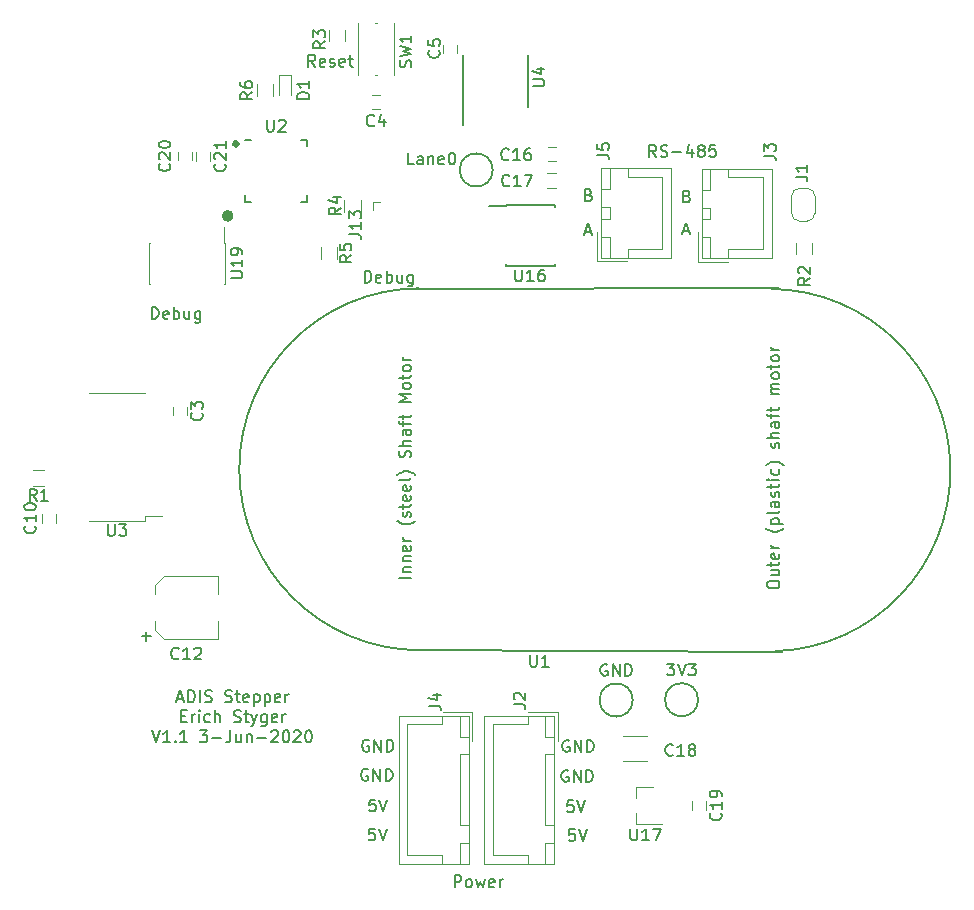
<source format=gbr>
G04 #@! TF.GenerationSoftware,KiCad,Pcbnew,(5.1.5)-3*
G04 #@! TF.CreationDate,2020-06-04T15:01:54+02:00*
G04 #@! TF.ProjectId,StepperClockK02,53746570-7065-4724-936c-6f636b4b3032,v1.0*
G04 #@! TF.SameCoordinates,Original*
G04 #@! TF.FileFunction,Legend,Top*
G04 #@! TF.FilePolarity,Positive*
%FSLAX46Y46*%
G04 Gerber Fmt 4.6, Leading zero omitted, Abs format (unit mm)*
G04 Created by KiCad (PCBNEW (5.1.5)-3) date 2020-06-04 15:01:54*
%MOMM*%
%LPD*%
G04 APERTURE LIST*
%ADD10C,0.200000*%
%ADD11C,0.500000*%
%ADD12C,0.120000*%
%ADD13C,0.150000*%
G04 APERTURE END LIST*
D10*
X98759609Y-178363120D02*
X98759609Y-177363120D01*
X99140561Y-177363120D01*
X99235800Y-177410740D01*
X99283419Y-177458359D01*
X99331038Y-177553597D01*
X99331038Y-177696454D01*
X99283419Y-177791692D01*
X99235800Y-177839311D01*
X99140561Y-177886930D01*
X98759609Y-177886930D01*
X99902466Y-178363120D02*
X99807228Y-178315501D01*
X99759609Y-178267882D01*
X99711990Y-178172644D01*
X99711990Y-177886930D01*
X99759609Y-177791692D01*
X99807228Y-177744073D01*
X99902466Y-177696454D01*
X100045323Y-177696454D01*
X100140561Y-177744073D01*
X100188180Y-177791692D01*
X100235800Y-177886930D01*
X100235800Y-178172644D01*
X100188180Y-178267882D01*
X100140561Y-178315501D01*
X100045323Y-178363120D01*
X99902466Y-178363120D01*
X100569133Y-177696454D02*
X100759609Y-178363120D01*
X100950085Y-177886930D01*
X101140561Y-178363120D01*
X101331038Y-177696454D01*
X102092942Y-178315501D02*
X101997704Y-178363120D01*
X101807228Y-178363120D01*
X101711990Y-178315501D01*
X101664371Y-178220263D01*
X101664371Y-177839311D01*
X101711990Y-177744073D01*
X101807228Y-177696454D01*
X101997704Y-177696454D01*
X102092942Y-177744073D01*
X102140561Y-177839311D01*
X102140561Y-177934549D01*
X101664371Y-178029787D01*
X102569133Y-178363120D02*
X102569133Y-177696454D01*
X102569133Y-177886930D02*
X102616752Y-177791692D01*
X102664371Y-177744073D01*
X102759609Y-177696454D01*
X102854847Y-177696454D01*
X115821514Y-116523120D02*
X115488180Y-116046930D01*
X115250085Y-116523120D02*
X115250085Y-115523120D01*
X115631038Y-115523120D01*
X115726276Y-115570740D01*
X115773895Y-115618359D01*
X115821514Y-115713597D01*
X115821514Y-115856454D01*
X115773895Y-115951692D01*
X115726276Y-115999311D01*
X115631038Y-116046930D01*
X115250085Y-116046930D01*
X116202466Y-116475501D02*
X116345323Y-116523120D01*
X116583419Y-116523120D01*
X116678657Y-116475501D01*
X116726276Y-116427882D01*
X116773895Y-116332644D01*
X116773895Y-116237406D01*
X116726276Y-116142168D01*
X116678657Y-116094549D01*
X116583419Y-116046930D01*
X116392942Y-115999311D01*
X116297704Y-115951692D01*
X116250085Y-115904073D01*
X116202466Y-115808835D01*
X116202466Y-115713597D01*
X116250085Y-115618359D01*
X116297704Y-115570740D01*
X116392942Y-115523120D01*
X116631038Y-115523120D01*
X116773895Y-115570740D01*
X117202466Y-116142168D02*
X117964371Y-116142168D01*
X118869133Y-115856454D02*
X118869133Y-116523120D01*
X118631038Y-115475501D02*
X118392942Y-116189787D01*
X119011990Y-116189787D01*
X119535800Y-115951692D02*
X119440561Y-115904073D01*
X119392942Y-115856454D01*
X119345323Y-115761216D01*
X119345323Y-115713597D01*
X119392942Y-115618359D01*
X119440561Y-115570740D01*
X119535800Y-115523120D01*
X119726276Y-115523120D01*
X119821514Y-115570740D01*
X119869133Y-115618359D01*
X119916752Y-115713597D01*
X119916752Y-115761216D01*
X119869133Y-115856454D01*
X119821514Y-115904073D01*
X119726276Y-115951692D01*
X119535800Y-115951692D01*
X119440561Y-115999311D01*
X119392942Y-116046930D01*
X119345323Y-116142168D01*
X119345323Y-116332644D01*
X119392942Y-116427882D01*
X119440561Y-116475501D01*
X119535800Y-116523120D01*
X119726276Y-116523120D01*
X119821514Y-116475501D01*
X119869133Y-116427882D01*
X119916752Y-116332644D01*
X119916752Y-116142168D01*
X119869133Y-116046930D01*
X119821514Y-115999311D01*
X119726276Y-115951692D01*
X120821514Y-115523120D02*
X120345323Y-115523120D01*
X120297704Y-115999311D01*
X120345323Y-115951692D01*
X120440561Y-115904073D01*
X120678657Y-115904073D01*
X120773895Y-115951692D01*
X120821514Y-115999311D01*
X120869133Y-116094549D01*
X120869133Y-116332644D01*
X120821514Y-116427882D01*
X120773895Y-116475501D01*
X120678657Y-116523120D01*
X120440561Y-116523120D01*
X120345323Y-116475501D01*
X120297704Y-116427882D01*
X109837704Y-122877406D02*
X110313895Y-122877406D01*
X109742466Y-123163120D02*
X110075800Y-122163120D01*
X110409133Y-123163120D01*
X110117228Y-119769311D02*
X110260085Y-119816930D01*
X110307704Y-119864549D01*
X110355323Y-119959787D01*
X110355323Y-120102644D01*
X110307704Y-120197882D01*
X110260085Y-120245501D01*
X110164847Y-120293120D01*
X109783895Y-120293120D01*
X109783895Y-119293120D01*
X110117228Y-119293120D01*
X110212466Y-119340740D01*
X110260085Y-119388359D01*
X110307704Y-119483597D01*
X110307704Y-119578835D01*
X110260085Y-119674073D01*
X110212466Y-119721692D01*
X110117228Y-119769311D01*
X109783895Y-119769311D01*
X118447228Y-119869311D02*
X118590085Y-119916930D01*
X118637704Y-119964549D01*
X118685323Y-120059787D01*
X118685323Y-120202644D01*
X118637704Y-120297882D01*
X118590085Y-120345501D01*
X118494847Y-120393120D01*
X118113895Y-120393120D01*
X118113895Y-119393120D01*
X118447228Y-119393120D01*
X118542466Y-119440740D01*
X118590085Y-119488359D01*
X118637704Y-119583597D01*
X118637704Y-119678835D01*
X118590085Y-119774073D01*
X118542466Y-119821692D01*
X118447228Y-119869311D01*
X118113895Y-119869311D01*
X118077704Y-122817406D02*
X118553895Y-122817406D01*
X117982466Y-123103120D02*
X118315800Y-122103120D01*
X118649133Y-123103120D01*
X86947704Y-108893120D02*
X86614371Y-108416930D01*
X86376276Y-108893120D02*
X86376276Y-107893120D01*
X86757228Y-107893120D01*
X86852466Y-107940740D01*
X86900085Y-107988359D01*
X86947704Y-108083597D01*
X86947704Y-108226454D01*
X86900085Y-108321692D01*
X86852466Y-108369311D01*
X86757228Y-108416930D01*
X86376276Y-108416930D01*
X87757228Y-108845501D02*
X87661990Y-108893120D01*
X87471514Y-108893120D01*
X87376276Y-108845501D01*
X87328657Y-108750263D01*
X87328657Y-108369311D01*
X87376276Y-108274073D01*
X87471514Y-108226454D01*
X87661990Y-108226454D01*
X87757228Y-108274073D01*
X87804847Y-108369311D01*
X87804847Y-108464549D01*
X87328657Y-108559787D01*
X88185800Y-108845501D02*
X88281038Y-108893120D01*
X88471514Y-108893120D01*
X88566752Y-108845501D01*
X88614371Y-108750263D01*
X88614371Y-108702644D01*
X88566752Y-108607406D01*
X88471514Y-108559787D01*
X88328657Y-108559787D01*
X88233419Y-108512168D01*
X88185800Y-108416930D01*
X88185800Y-108369311D01*
X88233419Y-108274073D01*
X88328657Y-108226454D01*
X88471514Y-108226454D01*
X88566752Y-108274073D01*
X89423895Y-108845501D02*
X89328657Y-108893120D01*
X89138180Y-108893120D01*
X89042942Y-108845501D01*
X88995323Y-108750263D01*
X88995323Y-108369311D01*
X89042942Y-108274073D01*
X89138180Y-108226454D01*
X89328657Y-108226454D01*
X89423895Y-108274073D01*
X89471514Y-108369311D01*
X89471514Y-108464549D01*
X88995323Y-108559787D01*
X89757228Y-108226454D02*
X90138180Y-108226454D01*
X89900085Y-107893120D02*
X89900085Y-108750263D01*
X89947704Y-108845501D01*
X90042942Y-108893120D01*
X90138180Y-108893120D01*
X91413895Y-168400740D02*
X91318657Y-168353120D01*
X91175800Y-168353120D01*
X91032942Y-168400740D01*
X90937704Y-168495978D01*
X90890085Y-168591216D01*
X90842466Y-168781692D01*
X90842466Y-168924549D01*
X90890085Y-169115025D01*
X90937704Y-169210263D01*
X91032942Y-169305501D01*
X91175800Y-169353120D01*
X91271038Y-169353120D01*
X91413895Y-169305501D01*
X91461514Y-169257882D01*
X91461514Y-168924549D01*
X91271038Y-168924549D01*
X91890085Y-169353120D02*
X91890085Y-168353120D01*
X92461514Y-169353120D01*
X92461514Y-168353120D01*
X92937704Y-169353120D02*
X92937704Y-168353120D01*
X93175800Y-168353120D01*
X93318657Y-168400740D01*
X93413895Y-168495978D01*
X93461514Y-168591216D01*
X93509133Y-168781692D01*
X93509133Y-168924549D01*
X93461514Y-169115025D01*
X93413895Y-169210263D01*
X93318657Y-169305501D01*
X93175800Y-169353120D01*
X92937704Y-169353120D01*
X91483895Y-165930740D02*
X91388657Y-165883120D01*
X91245800Y-165883120D01*
X91102942Y-165930740D01*
X91007704Y-166025978D01*
X90960085Y-166121216D01*
X90912466Y-166311692D01*
X90912466Y-166454549D01*
X90960085Y-166645025D01*
X91007704Y-166740263D01*
X91102942Y-166835501D01*
X91245800Y-166883120D01*
X91341038Y-166883120D01*
X91483895Y-166835501D01*
X91531514Y-166787882D01*
X91531514Y-166454549D01*
X91341038Y-166454549D01*
X91960085Y-166883120D02*
X91960085Y-165883120D01*
X92531514Y-166883120D01*
X92531514Y-165883120D01*
X93007704Y-166883120D02*
X93007704Y-165883120D01*
X93245800Y-165883120D01*
X93388657Y-165930740D01*
X93483895Y-166025978D01*
X93531514Y-166121216D01*
X93579133Y-166311692D01*
X93579133Y-166454549D01*
X93531514Y-166645025D01*
X93483895Y-166740263D01*
X93388657Y-166835501D01*
X93245800Y-166883120D01*
X93007704Y-166883120D01*
X108443895Y-165970740D02*
X108348657Y-165923120D01*
X108205800Y-165923120D01*
X108062942Y-165970740D01*
X107967704Y-166065978D01*
X107920085Y-166161216D01*
X107872466Y-166351692D01*
X107872466Y-166494549D01*
X107920085Y-166685025D01*
X107967704Y-166780263D01*
X108062942Y-166875501D01*
X108205800Y-166923120D01*
X108301038Y-166923120D01*
X108443895Y-166875501D01*
X108491514Y-166827882D01*
X108491514Y-166494549D01*
X108301038Y-166494549D01*
X108920085Y-166923120D02*
X108920085Y-165923120D01*
X109491514Y-166923120D01*
X109491514Y-165923120D01*
X109967704Y-166923120D02*
X109967704Y-165923120D01*
X110205800Y-165923120D01*
X110348657Y-165970740D01*
X110443895Y-166065978D01*
X110491514Y-166161216D01*
X110539133Y-166351692D01*
X110539133Y-166494549D01*
X110491514Y-166685025D01*
X110443895Y-166780263D01*
X110348657Y-166875501D01*
X110205800Y-166923120D01*
X109967704Y-166923120D01*
X108373895Y-168510740D02*
X108278657Y-168463120D01*
X108135800Y-168463120D01*
X107992942Y-168510740D01*
X107897704Y-168605978D01*
X107850085Y-168701216D01*
X107802466Y-168891692D01*
X107802466Y-169034549D01*
X107850085Y-169225025D01*
X107897704Y-169320263D01*
X107992942Y-169415501D01*
X108135800Y-169463120D01*
X108231038Y-169463120D01*
X108373895Y-169415501D01*
X108421514Y-169367882D01*
X108421514Y-169034549D01*
X108231038Y-169034549D01*
X108850085Y-169463120D02*
X108850085Y-168463120D01*
X109421514Y-169463120D01*
X109421514Y-168463120D01*
X109897704Y-169463120D02*
X109897704Y-168463120D01*
X110135800Y-168463120D01*
X110278657Y-168510740D01*
X110373895Y-168605978D01*
X110421514Y-168701216D01*
X110469133Y-168891692D01*
X110469133Y-169034549D01*
X110421514Y-169225025D01*
X110373895Y-169320263D01*
X110278657Y-169415501D01*
X110135800Y-169463120D01*
X109897704Y-169463120D01*
X108795323Y-171013120D02*
X108319133Y-171013120D01*
X108271514Y-171489311D01*
X108319133Y-171441692D01*
X108414371Y-171394073D01*
X108652466Y-171394073D01*
X108747704Y-171441692D01*
X108795323Y-171489311D01*
X108842942Y-171584549D01*
X108842942Y-171822644D01*
X108795323Y-171917882D01*
X108747704Y-171965501D01*
X108652466Y-172013120D01*
X108414371Y-172013120D01*
X108319133Y-171965501D01*
X108271514Y-171917882D01*
X109128657Y-171013120D02*
X109461990Y-172013120D01*
X109795323Y-171013120D01*
X92045323Y-170943120D02*
X91569133Y-170943120D01*
X91521514Y-171419311D01*
X91569133Y-171371692D01*
X91664371Y-171324073D01*
X91902466Y-171324073D01*
X91997704Y-171371692D01*
X92045323Y-171419311D01*
X92092942Y-171514549D01*
X92092942Y-171752644D01*
X92045323Y-171847882D01*
X91997704Y-171895501D01*
X91902466Y-171943120D01*
X91664371Y-171943120D01*
X91569133Y-171895501D01*
X91521514Y-171847882D01*
X92378657Y-170943120D02*
X92711990Y-171943120D01*
X93045323Y-170943120D01*
X108945323Y-173453120D02*
X108469133Y-173453120D01*
X108421514Y-173929311D01*
X108469133Y-173881692D01*
X108564371Y-173834073D01*
X108802466Y-173834073D01*
X108897704Y-173881692D01*
X108945323Y-173929311D01*
X108992942Y-174024549D01*
X108992942Y-174262644D01*
X108945323Y-174357882D01*
X108897704Y-174405501D01*
X108802466Y-174453120D01*
X108564371Y-174453120D01*
X108469133Y-174405501D01*
X108421514Y-174357882D01*
X109278657Y-173453120D02*
X109611990Y-174453120D01*
X109945323Y-173453120D01*
X92005323Y-173413120D02*
X91529133Y-173413120D01*
X91481514Y-173889311D01*
X91529133Y-173841692D01*
X91624371Y-173794073D01*
X91862466Y-173794073D01*
X91957704Y-173841692D01*
X92005323Y-173889311D01*
X92052942Y-173984549D01*
X92052942Y-174222644D01*
X92005323Y-174317882D01*
X91957704Y-174365501D01*
X91862466Y-174413120D01*
X91624371Y-174413120D01*
X91529133Y-174365501D01*
X91481514Y-174317882D01*
X92338657Y-173413120D02*
X92671990Y-174413120D01*
X93005323Y-173413120D01*
X91138180Y-127173120D02*
X91138180Y-126173120D01*
X91376276Y-126173120D01*
X91519133Y-126220740D01*
X91614371Y-126315978D01*
X91661990Y-126411216D01*
X91709609Y-126601692D01*
X91709609Y-126744549D01*
X91661990Y-126935025D01*
X91614371Y-127030263D01*
X91519133Y-127125501D01*
X91376276Y-127173120D01*
X91138180Y-127173120D01*
X92519133Y-127125501D02*
X92423895Y-127173120D01*
X92233419Y-127173120D01*
X92138180Y-127125501D01*
X92090561Y-127030263D01*
X92090561Y-126649311D01*
X92138180Y-126554073D01*
X92233419Y-126506454D01*
X92423895Y-126506454D01*
X92519133Y-126554073D01*
X92566752Y-126649311D01*
X92566752Y-126744549D01*
X92090561Y-126839787D01*
X92995323Y-127173120D02*
X92995323Y-126173120D01*
X92995323Y-126554073D02*
X93090561Y-126506454D01*
X93281038Y-126506454D01*
X93376276Y-126554073D01*
X93423895Y-126601692D01*
X93471514Y-126696930D01*
X93471514Y-126982644D01*
X93423895Y-127077882D01*
X93376276Y-127125501D01*
X93281038Y-127173120D01*
X93090561Y-127173120D01*
X92995323Y-127125501D01*
X94328657Y-126506454D02*
X94328657Y-127173120D01*
X93900085Y-126506454D02*
X93900085Y-127030263D01*
X93947704Y-127125501D01*
X94042942Y-127173120D01*
X94185800Y-127173120D01*
X94281038Y-127125501D01*
X94328657Y-127077882D01*
X95233419Y-126506454D02*
X95233419Y-127315978D01*
X95185800Y-127411216D01*
X95138180Y-127458835D01*
X95042942Y-127506454D01*
X94900085Y-127506454D01*
X94804847Y-127458835D01*
X95233419Y-127125501D02*
X95138180Y-127173120D01*
X94947704Y-127173120D01*
X94852466Y-127125501D01*
X94804847Y-127077882D01*
X94757228Y-126982644D01*
X94757228Y-126696930D01*
X94804847Y-126601692D01*
X94852466Y-126554073D01*
X94947704Y-126506454D01*
X95138180Y-126506454D01*
X95233419Y-126554073D01*
X73118180Y-130263120D02*
X73118180Y-129263120D01*
X73356276Y-129263120D01*
X73499133Y-129310740D01*
X73594371Y-129405978D01*
X73641990Y-129501216D01*
X73689609Y-129691692D01*
X73689609Y-129834549D01*
X73641990Y-130025025D01*
X73594371Y-130120263D01*
X73499133Y-130215501D01*
X73356276Y-130263120D01*
X73118180Y-130263120D01*
X74499133Y-130215501D02*
X74403895Y-130263120D01*
X74213419Y-130263120D01*
X74118180Y-130215501D01*
X74070561Y-130120263D01*
X74070561Y-129739311D01*
X74118180Y-129644073D01*
X74213419Y-129596454D01*
X74403895Y-129596454D01*
X74499133Y-129644073D01*
X74546752Y-129739311D01*
X74546752Y-129834549D01*
X74070561Y-129929787D01*
X74975323Y-130263120D02*
X74975323Y-129263120D01*
X74975323Y-129644073D02*
X75070561Y-129596454D01*
X75261038Y-129596454D01*
X75356276Y-129644073D01*
X75403895Y-129691692D01*
X75451514Y-129786930D01*
X75451514Y-130072644D01*
X75403895Y-130167882D01*
X75356276Y-130215501D01*
X75261038Y-130263120D01*
X75070561Y-130263120D01*
X74975323Y-130215501D01*
X76308657Y-129596454D02*
X76308657Y-130263120D01*
X75880085Y-129596454D02*
X75880085Y-130120263D01*
X75927704Y-130215501D01*
X76022942Y-130263120D01*
X76165800Y-130263120D01*
X76261038Y-130215501D01*
X76308657Y-130167882D01*
X77213419Y-129596454D02*
X77213419Y-130405978D01*
X77165800Y-130501216D01*
X77118180Y-130548835D01*
X77022942Y-130596454D01*
X76880085Y-130596454D01*
X76784847Y-130548835D01*
X77213419Y-130215501D02*
X77118180Y-130263120D01*
X76927704Y-130263120D01*
X76832466Y-130215501D01*
X76784847Y-130167882D01*
X76737228Y-130072644D01*
X76737228Y-129786930D01*
X76784847Y-129691692D01*
X76832466Y-129644073D01*
X76927704Y-129596454D01*
X77118180Y-129596454D01*
X77213419Y-129644073D01*
D11*
X80325800Y-115430740D02*
G75*
G03X80325800Y-115430740I-90000J0D01*
G01*
X79796599Y-121530740D02*
G75*
G03X79796599Y-121530740I-250799J0D01*
G01*
D10*
X75289133Y-162407406D02*
X75765323Y-162407406D01*
X75193895Y-162693120D02*
X75527228Y-161693120D01*
X75860561Y-162693120D01*
X76193895Y-162693120D02*
X76193895Y-161693120D01*
X76431990Y-161693120D01*
X76574847Y-161740740D01*
X76670085Y-161835978D01*
X76717704Y-161931216D01*
X76765323Y-162121692D01*
X76765323Y-162264549D01*
X76717704Y-162455025D01*
X76670085Y-162550263D01*
X76574847Y-162645501D01*
X76431990Y-162693120D01*
X76193895Y-162693120D01*
X77193895Y-162693120D02*
X77193895Y-161693120D01*
X77622466Y-162645501D02*
X77765323Y-162693120D01*
X78003419Y-162693120D01*
X78098657Y-162645501D01*
X78146276Y-162597882D01*
X78193895Y-162502644D01*
X78193895Y-162407406D01*
X78146276Y-162312168D01*
X78098657Y-162264549D01*
X78003419Y-162216930D01*
X77812942Y-162169311D01*
X77717704Y-162121692D01*
X77670085Y-162074073D01*
X77622466Y-161978835D01*
X77622466Y-161883597D01*
X77670085Y-161788359D01*
X77717704Y-161740740D01*
X77812942Y-161693120D01*
X78051038Y-161693120D01*
X78193895Y-161740740D01*
X79336752Y-162645501D02*
X79479609Y-162693120D01*
X79717704Y-162693120D01*
X79812942Y-162645501D01*
X79860561Y-162597882D01*
X79908180Y-162502644D01*
X79908180Y-162407406D01*
X79860561Y-162312168D01*
X79812942Y-162264549D01*
X79717704Y-162216930D01*
X79527228Y-162169311D01*
X79431990Y-162121692D01*
X79384371Y-162074073D01*
X79336752Y-161978835D01*
X79336752Y-161883597D01*
X79384371Y-161788359D01*
X79431990Y-161740740D01*
X79527228Y-161693120D01*
X79765323Y-161693120D01*
X79908180Y-161740740D01*
X80193895Y-162026454D02*
X80574847Y-162026454D01*
X80336752Y-161693120D02*
X80336752Y-162550263D01*
X80384371Y-162645501D01*
X80479609Y-162693120D01*
X80574847Y-162693120D01*
X81289133Y-162645501D02*
X81193895Y-162693120D01*
X81003419Y-162693120D01*
X80908180Y-162645501D01*
X80860561Y-162550263D01*
X80860561Y-162169311D01*
X80908180Y-162074073D01*
X81003419Y-162026454D01*
X81193895Y-162026454D01*
X81289133Y-162074073D01*
X81336752Y-162169311D01*
X81336752Y-162264549D01*
X80860561Y-162359787D01*
X81765323Y-162026454D02*
X81765323Y-163026454D01*
X81765323Y-162074073D02*
X81860561Y-162026454D01*
X82051038Y-162026454D01*
X82146276Y-162074073D01*
X82193895Y-162121692D01*
X82241514Y-162216930D01*
X82241514Y-162502644D01*
X82193895Y-162597882D01*
X82146276Y-162645501D01*
X82051038Y-162693120D01*
X81860561Y-162693120D01*
X81765323Y-162645501D01*
X82670085Y-162026454D02*
X82670085Y-163026454D01*
X82670085Y-162074073D02*
X82765323Y-162026454D01*
X82955800Y-162026454D01*
X83051038Y-162074073D01*
X83098657Y-162121692D01*
X83146276Y-162216930D01*
X83146276Y-162502644D01*
X83098657Y-162597882D01*
X83051038Y-162645501D01*
X82955800Y-162693120D01*
X82765323Y-162693120D01*
X82670085Y-162645501D01*
X83955800Y-162645501D02*
X83860561Y-162693120D01*
X83670085Y-162693120D01*
X83574847Y-162645501D01*
X83527228Y-162550263D01*
X83527228Y-162169311D01*
X83574847Y-162074073D01*
X83670085Y-162026454D01*
X83860561Y-162026454D01*
X83955800Y-162074073D01*
X84003419Y-162169311D01*
X84003419Y-162264549D01*
X83527228Y-162359787D01*
X84431990Y-162693120D02*
X84431990Y-162026454D01*
X84431990Y-162216930D02*
X84479609Y-162121692D01*
X84527228Y-162074073D01*
X84622466Y-162026454D01*
X84717704Y-162026454D01*
X75598657Y-163869311D02*
X75931990Y-163869311D01*
X76074847Y-164393120D02*
X75598657Y-164393120D01*
X75598657Y-163393120D01*
X76074847Y-163393120D01*
X76503419Y-164393120D02*
X76503419Y-163726454D01*
X76503419Y-163916930D02*
X76551038Y-163821692D01*
X76598657Y-163774073D01*
X76693895Y-163726454D01*
X76789133Y-163726454D01*
X77122466Y-164393120D02*
X77122466Y-163726454D01*
X77122466Y-163393120D02*
X77074847Y-163440740D01*
X77122466Y-163488359D01*
X77170085Y-163440740D01*
X77122466Y-163393120D01*
X77122466Y-163488359D01*
X78027228Y-164345501D02*
X77931990Y-164393120D01*
X77741514Y-164393120D01*
X77646276Y-164345501D01*
X77598657Y-164297882D01*
X77551038Y-164202644D01*
X77551038Y-163916930D01*
X77598657Y-163821692D01*
X77646276Y-163774073D01*
X77741514Y-163726454D01*
X77931990Y-163726454D01*
X78027228Y-163774073D01*
X78455800Y-164393120D02*
X78455800Y-163393120D01*
X78884371Y-164393120D02*
X78884371Y-163869311D01*
X78836752Y-163774073D01*
X78741514Y-163726454D01*
X78598657Y-163726454D01*
X78503419Y-163774073D01*
X78455800Y-163821692D01*
X80074847Y-164345501D02*
X80217704Y-164393120D01*
X80455800Y-164393120D01*
X80551038Y-164345501D01*
X80598657Y-164297882D01*
X80646276Y-164202644D01*
X80646276Y-164107406D01*
X80598657Y-164012168D01*
X80551038Y-163964549D01*
X80455800Y-163916930D01*
X80265323Y-163869311D01*
X80170085Y-163821692D01*
X80122466Y-163774073D01*
X80074847Y-163678835D01*
X80074847Y-163583597D01*
X80122466Y-163488359D01*
X80170085Y-163440740D01*
X80265323Y-163393120D01*
X80503419Y-163393120D01*
X80646276Y-163440740D01*
X80931990Y-163726454D02*
X81312942Y-163726454D01*
X81074847Y-163393120D02*
X81074847Y-164250263D01*
X81122466Y-164345501D01*
X81217704Y-164393120D01*
X81312942Y-164393120D01*
X81551038Y-163726454D02*
X81789133Y-164393120D01*
X82027228Y-163726454D02*
X81789133Y-164393120D01*
X81693895Y-164631216D01*
X81646276Y-164678835D01*
X81551038Y-164726454D01*
X82836752Y-163726454D02*
X82836752Y-164535978D01*
X82789133Y-164631216D01*
X82741514Y-164678835D01*
X82646276Y-164726454D01*
X82503419Y-164726454D01*
X82408180Y-164678835D01*
X82836752Y-164345501D02*
X82741514Y-164393120D01*
X82551038Y-164393120D01*
X82455800Y-164345501D01*
X82408180Y-164297882D01*
X82360561Y-164202644D01*
X82360561Y-163916930D01*
X82408180Y-163821692D01*
X82455800Y-163774073D01*
X82551038Y-163726454D01*
X82741514Y-163726454D01*
X82836752Y-163774073D01*
X83693895Y-164345501D02*
X83598657Y-164393120D01*
X83408180Y-164393120D01*
X83312942Y-164345501D01*
X83265323Y-164250263D01*
X83265323Y-163869311D01*
X83312942Y-163774073D01*
X83408180Y-163726454D01*
X83598657Y-163726454D01*
X83693895Y-163774073D01*
X83741514Y-163869311D01*
X83741514Y-163964549D01*
X83265323Y-164059787D01*
X84170085Y-164393120D02*
X84170085Y-163726454D01*
X84170085Y-163916930D02*
X84217704Y-163821692D01*
X84265323Y-163774073D01*
X84360561Y-163726454D01*
X84455800Y-163726454D01*
X73146276Y-165093120D02*
X73479609Y-166093120D01*
X73812942Y-165093120D01*
X74670085Y-166093120D02*
X74098657Y-166093120D01*
X74384371Y-166093120D02*
X74384371Y-165093120D01*
X74289133Y-165235978D01*
X74193895Y-165331216D01*
X74098657Y-165378835D01*
X75098657Y-165997882D02*
X75146276Y-166045501D01*
X75098657Y-166093120D01*
X75051038Y-166045501D01*
X75098657Y-165997882D01*
X75098657Y-166093120D01*
X76098657Y-166093120D02*
X75527228Y-166093120D01*
X75812942Y-166093120D02*
X75812942Y-165093120D01*
X75717704Y-165235978D01*
X75622466Y-165331216D01*
X75527228Y-165378835D01*
X77193895Y-165093120D02*
X77812942Y-165093120D01*
X77479609Y-165474073D01*
X77622466Y-165474073D01*
X77717704Y-165521692D01*
X77765323Y-165569311D01*
X77812942Y-165664549D01*
X77812942Y-165902644D01*
X77765323Y-165997882D01*
X77717704Y-166045501D01*
X77622466Y-166093120D01*
X77336752Y-166093120D01*
X77241514Y-166045501D01*
X77193895Y-165997882D01*
X78241514Y-165712168D02*
X79003419Y-165712168D01*
X79765323Y-165093120D02*
X79765323Y-165807406D01*
X79717704Y-165950263D01*
X79622466Y-166045501D01*
X79479609Y-166093120D01*
X79384371Y-166093120D01*
X80670085Y-165426454D02*
X80670085Y-166093120D01*
X80241514Y-165426454D02*
X80241514Y-165950263D01*
X80289133Y-166045501D01*
X80384371Y-166093120D01*
X80527228Y-166093120D01*
X80622466Y-166045501D01*
X80670085Y-165997882D01*
X81146276Y-165426454D02*
X81146276Y-166093120D01*
X81146276Y-165521692D02*
X81193895Y-165474073D01*
X81289133Y-165426454D01*
X81431990Y-165426454D01*
X81527228Y-165474073D01*
X81574847Y-165569311D01*
X81574847Y-166093120D01*
X82051038Y-165712168D02*
X82812942Y-165712168D01*
X83241514Y-165188359D02*
X83289133Y-165140740D01*
X83384371Y-165093120D01*
X83622466Y-165093120D01*
X83717704Y-165140740D01*
X83765323Y-165188359D01*
X83812942Y-165283597D01*
X83812942Y-165378835D01*
X83765323Y-165521692D01*
X83193895Y-166093120D01*
X83812942Y-166093120D01*
X84431990Y-165093120D02*
X84527228Y-165093120D01*
X84622466Y-165140740D01*
X84670085Y-165188359D01*
X84717704Y-165283597D01*
X84765323Y-165474073D01*
X84765323Y-165712168D01*
X84717704Y-165902644D01*
X84670085Y-165997882D01*
X84622466Y-166045501D01*
X84527228Y-166093120D01*
X84431990Y-166093120D01*
X84336752Y-166045501D01*
X84289133Y-165997882D01*
X84241514Y-165902644D01*
X84193895Y-165712168D01*
X84193895Y-165474073D01*
X84241514Y-165283597D01*
X84289133Y-165188359D01*
X84336752Y-165140740D01*
X84431990Y-165093120D01*
X85146276Y-165188359D02*
X85193895Y-165140740D01*
X85289133Y-165093120D01*
X85527228Y-165093120D01*
X85622466Y-165140740D01*
X85670085Y-165188359D01*
X85717704Y-165283597D01*
X85717704Y-165378835D01*
X85670085Y-165521692D01*
X85098657Y-166093120D01*
X85717704Y-166093120D01*
X86336752Y-165093120D02*
X86431990Y-165093120D01*
X86527228Y-165140740D01*
X86574847Y-165188359D01*
X86622466Y-165283597D01*
X86670085Y-165474073D01*
X86670085Y-165712168D01*
X86622466Y-165902644D01*
X86574847Y-165997882D01*
X86527228Y-166045501D01*
X86431990Y-166093120D01*
X86336752Y-166093120D01*
X86241514Y-166045501D01*
X86193895Y-165997882D01*
X86146276Y-165902644D01*
X86098657Y-165712168D01*
X86098657Y-165474073D01*
X86146276Y-165283597D01*
X86193895Y-165188359D01*
X86241514Y-165140740D01*
X86336752Y-165093120D01*
D12*
X72935800Y-127325740D02*
X72870800Y-127325740D01*
X72935800Y-123795740D02*
X72870800Y-123795740D01*
X79340800Y-127325740D02*
X79275800Y-127325740D01*
X79340800Y-123795740D02*
X79275800Y-123795740D01*
X79275800Y-122470740D02*
X79275800Y-123795740D01*
X72870800Y-123795740D02*
X72870800Y-127325740D01*
X79340800Y-123795740D02*
X79340800Y-127325740D01*
X91825800Y-120355740D02*
X92460800Y-120355740D01*
X91825800Y-120990740D02*
X91825800Y-120355740D01*
X111155800Y-125080740D02*
X117105800Y-125080740D01*
X117105800Y-125080740D02*
X117105800Y-117480740D01*
X117105800Y-117480740D02*
X111155800Y-117480740D01*
X111155800Y-117480740D02*
X111155800Y-125080740D01*
X111155800Y-121780740D02*
X111905800Y-121780740D01*
X111905800Y-121780740D02*
X111905800Y-120780740D01*
X111905800Y-120780740D02*
X111155800Y-120780740D01*
X111155800Y-120780740D02*
X111155800Y-121780740D01*
X111155800Y-125080740D02*
X111905800Y-125080740D01*
X111905800Y-125080740D02*
X111905800Y-123280740D01*
X111905800Y-123280740D02*
X111155800Y-123280740D01*
X111155800Y-123280740D02*
X111155800Y-125080740D01*
X111155800Y-119280740D02*
X111905800Y-119280740D01*
X111905800Y-119280740D02*
X111905800Y-117480740D01*
X111905800Y-117480740D02*
X111155800Y-117480740D01*
X111155800Y-117480740D02*
X111155800Y-119280740D01*
X113405800Y-125080740D02*
X113405800Y-124330740D01*
X113405800Y-124330740D02*
X116355800Y-124330740D01*
X116355800Y-124330740D02*
X116355800Y-121280740D01*
X113405800Y-117480740D02*
X113405800Y-118230740D01*
X113405800Y-118230740D02*
X116355800Y-118230740D01*
X116355800Y-118230740D02*
X116355800Y-121280740D01*
X110855800Y-122880740D02*
X110855800Y-125380740D01*
X110855800Y-125380740D02*
X113355800Y-125380740D01*
X99965800Y-163830740D02*
X94015800Y-163830740D01*
X94015800Y-163830740D02*
X94015800Y-176430740D01*
X94015800Y-176430740D02*
X99965800Y-176430740D01*
X99965800Y-176430740D02*
X99965800Y-163830740D01*
X99965800Y-167130740D02*
X99215800Y-167130740D01*
X99215800Y-167130740D02*
X99215800Y-173130740D01*
X99215800Y-173130740D02*
X99965800Y-173130740D01*
X99965800Y-173130740D02*
X99965800Y-167130740D01*
X99965800Y-163830740D02*
X99215800Y-163830740D01*
X99215800Y-163830740D02*
X99215800Y-165630740D01*
X99215800Y-165630740D02*
X99965800Y-165630740D01*
X99965800Y-165630740D02*
X99965800Y-163830740D01*
X99965800Y-174630740D02*
X99215800Y-174630740D01*
X99215800Y-174630740D02*
X99215800Y-176430740D01*
X99215800Y-176430740D02*
X99965800Y-176430740D01*
X99965800Y-176430740D02*
X99965800Y-174630740D01*
X97715800Y-163830740D02*
X97715800Y-164580740D01*
X97715800Y-164580740D02*
X94765800Y-164580740D01*
X94765800Y-164580740D02*
X94765800Y-170130740D01*
X97715800Y-176430740D02*
X97715800Y-175680740D01*
X97715800Y-175680740D02*
X94765800Y-175680740D01*
X94765800Y-175680740D02*
X94765800Y-170130740D01*
X100265800Y-166030740D02*
X100265800Y-163530740D01*
X100265800Y-163530740D02*
X97765800Y-163530740D01*
X119665800Y-125120740D02*
X125615800Y-125120740D01*
X125615800Y-125120740D02*
X125615800Y-117520740D01*
X125615800Y-117520740D02*
X119665800Y-117520740D01*
X119665800Y-117520740D02*
X119665800Y-125120740D01*
X119665800Y-121820740D02*
X120415800Y-121820740D01*
X120415800Y-121820740D02*
X120415800Y-120820740D01*
X120415800Y-120820740D02*
X119665800Y-120820740D01*
X119665800Y-120820740D02*
X119665800Y-121820740D01*
X119665800Y-125120740D02*
X120415800Y-125120740D01*
X120415800Y-125120740D02*
X120415800Y-123320740D01*
X120415800Y-123320740D02*
X119665800Y-123320740D01*
X119665800Y-123320740D02*
X119665800Y-125120740D01*
X119665800Y-119320740D02*
X120415800Y-119320740D01*
X120415800Y-119320740D02*
X120415800Y-117520740D01*
X120415800Y-117520740D02*
X119665800Y-117520740D01*
X119665800Y-117520740D02*
X119665800Y-119320740D01*
X121915800Y-125120740D02*
X121915800Y-124370740D01*
X121915800Y-124370740D02*
X124865800Y-124370740D01*
X124865800Y-124370740D02*
X124865800Y-121320740D01*
X121915800Y-117520740D02*
X121915800Y-118270740D01*
X121915800Y-118270740D02*
X124865800Y-118270740D01*
X124865800Y-118270740D02*
X124865800Y-121320740D01*
X119365800Y-122920740D02*
X119365800Y-125420740D01*
X119365800Y-125420740D02*
X121865800Y-125420740D01*
X107195800Y-163830740D02*
X101245800Y-163830740D01*
X101245800Y-163830740D02*
X101245800Y-176430740D01*
X101245800Y-176430740D02*
X107195800Y-176430740D01*
X107195800Y-176430740D02*
X107195800Y-163830740D01*
X107195800Y-167130740D02*
X106445800Y-167130740D01*
X106445800Y-167130740D02*
X106445800Y-173130740D01*
X106445800Y-173130740D02*
X107195800Y-173130740D01*
X107195800Y-173130740D02*
X107195800Y-167130740D01*
X107195800Y-163830740D02*
X106445800Y-163830740D01*
X106445800Y-163830740D02*
X106445800Y-165630740D01*
X106445800Y-165630740D02*
X107195800Y-165630740D01*
X107195800Y-165630740D02*
X107195800Y-163830740D01*
X107195800Y-174630740D02*
X106445800Y-174630740D01*
X106445800Y-174630740D02*
X106445800Y-176430740D01*
X106445800Y-176430740D02*
X107195800Y-176430740D01*
X107195800Y-176430740D02*
X107195800Y-174630740D01*
X104945800Y-163830740D02*
X104945800Y-164580740D01*
X104945800Y-164580740D02*
X101995800Y-164580740D01*
X101995800Y-164580740D02*
X101995800Y-170130740D01*
X104945800Y-176430740D02*
X104945800Y-175680740D01*
X104945800Y-175680740D02*
X101995800Y-175680740D01*
X101995800Y-175680740D02*
X101995800Y-170130740D01*
X107495800Y-166030740D02*
X107495800Y-163530740D01*
X107495800Y-163530740D02*
X104995800Y-163530740D01*
D13*
X101985800Y-117640740D02*
G75*
G03X101985800Y-117640740I-1400000J0D01*
G01*
X119375800Y-162490740D02*
G75*
G03X119375800Y-162490740I-1400000J0D01*
G01*
X113835800Y-162520740D02*
G75*
G03X113835800Y-162520740I-1400000J0D01*
G01*
X104970800Y-112300740D02*
X104970800Y-107900740D01*
X99445800Y-113875740D02*
X99445800Y-107900740D01*
D12*
X97785800Y-107720740D02*
X97785800Y-107020740D01*
X98985800Y-107020740D02*
X98985800Y-107720740D01*
X114125800Y-169870740D02*
X114125800Y-170800740D01*
X114125800Y-173030740D02*
X114125800Y-172100740D01*
X114125800Y-173030740D02*
X116285800Y-173030740D01*
X114125800Y-169870740D02*
X115585800Y-169870740D01*
D13*
X103090800Y-120605740D02*
X103090800Y-120655740D01*
X107240800Y-120605740D02*
X107240800Y-120750740D01*
X107240800Y-125755740D02*
X107240800Y-125610740D01*
X103090800Y-125755740D02*
X103090800Y-125610740D01*
X103090800Y-120605740D02*
X107240800Y-120605740D01*
X103090800Y-125755740D02*
X107240800Y-125755740D01*
X103090800Y-120655740D02*
X101690800Y-120655740D01*
D12*
X72565800Y-147360740D02*
X72565800Y-146960740D01*
X72565800Y-146960740D02*
X73965800Y-146960740D01*
X72565800Y-147360740D02*
X67765800Y-147360740D01*
X72565800Y-136560740D02*
X67765800Y-136560740D01*
D13*
X86260800Y-115065740D02*
X86260800Y-115590740D01*
X81010800Y-120315740D02*
X81010800Y-119790740D01*
X86260800Y-120315740D02*
X86260800Y-119790740D01*
X81010800Y-115065740D02*
X81535800Y-115065740D01*
X81010800Y-120315740D02*
X81535800Y-120315740D01*
X86260800Y-120315740D02*
X85735800Y-120315740D01*
X86260800Y-115065740D02*
X85735800Y-115065740D01*
X125575971Y-127713911D02*
G75*
G02X125955945Y-158380740I-180171J-15338001D01*
G01*
X95785800Y-158300619D02*
G75*
G02X95735800Y-127661139I60000J15319879D01*
G01*
X94679820Y-127706033D02*
X126199820Y-127666033D01*
X94855800Y-158280740D02*
X126515800Y-158430740D01*
D12*
X92145800Y-109560740D02*
X92045800Y-109560740D01*
X90545800Y-105160740D02*
X90545800Y-109560740D01*
X93645800Y-109560740D02*
X93645800Y-105160740D01*
X92145800Y-105160740D02*
X92045800Y-105160740D01*
X82015800Y-111390740D02*
X82015800Y-110390740D01*
X83375800Y-110390740D02*
X83375800Y-111390740D01*
X87435800Y-125170740D02*
X87435800Y-124170740D01*
X88795800Y-124170740D02*
X88795800Y-125170740D01*
X90795800Y-120160740D02*
X90795800Y-121160740D01*
X89435800Y-121160740D02*
X89435800Y-120160740D01*
X89495800Y-105760740D02*
X89495800Y-106760740D01*
X88135800Y-106760740D02*
X88135800Y-105760740D01*
X128985800Y-123790740D02*
X128985800Y-124790740D01*
X127625800Y-124790740D02*
X127625800Y-123790740D01*
X63025800Y-143070740D02*
X64025800Y-143070740D01*
X64025800Y-144430740D02*
X63025800Y-144430740D01*
X129275800Y-119880740D02*
X129275800Y-121280740D01*
X128575800Y-121980740D02*
X127975800Y-121980740D01*
X127275800Y-121280740D02*
X127275800Y-119880740D01*
X127975800Y-119180740D02*
X128575800Y-119180740D01*
X128575800Y-119180740D02*
G75*
G02X129275800Y-119880740I0J-700000D01*
G01*
X127275800Y-119880740D02*
G75*
G02X127975800Y-119180740I700000J0D01*
G01*
X127975800Y-121980740D02*
G75*
G02X127275800Y-121280740I0J700000D01*
G01*
X129275800Y-121280740D02*
G75*
G02X128575800Y-121980740I-700000J0D01*
G01*
X83875800Y-109590740D02*
X83875800Y-111290740D01*
X84675800Y-109590740D02*
X83875800Y-109590740D01*
X84875800Y-109590740D02*
X84675800Y-109590740D01*
X84875800Y-109690740D02*
X84875800Y-109590740D01*
X84875800Y-109790740D02*
X84875800Y-109690740D01*
X84875800Y-109790740D02*
X84875800Y-111290740D01*
X76835800Y-116840740D02*
X76835800Y-116140740D01*
X78035800Y-116140740D02*
X78035800Y-116840740D01*
X76535800Y-116120740D02*
X76535800Y-116820740D01*
X75335800Y-116820740D02*
X75335800Y-116120740D01*
X118815800Y-171800740D02*
X118815800Y-171100740D01*
X120015800Y-171100740D02*
X120015800Y-171800740D01*
X113045800Y-167640740D02*
X115045800Y-167640740D01*
X115045800Y-165600740D02*
X113045800Y-165600740D01*
X106605800Y-117940740D02*
X107305800Y-117940740D01*
X107305800Y-119140740D02*
X106605800Y-119140740D01*
X106625800Y-115670740D02*
X107325800Y-115670740D01*
X107325800Y-116870740D02*
X106625800Y-116870740D01*
X78705800Y-152020740D02*
X78705800Y-153570740D01*
X78705800Y-157350740D02*
X78705800Y-155800740D01*
X73365800Y-156590740D02*
X73365800Y-155800740D01*
X73365800Y-152780740D02*
X73365800Y-153570740D01*
X78705800Y-152020740D02*
X74125800Y-152020740D01*
X74125800Y-152020740D02*
X73365800Y-152780740D01*
X73365800Y-156590740D02*
X74125800Y-157350740D01*
X74125800Y-157350740D02*
X78705800Y-157350740D01*
X63785800Y-147510740D02*
X63785800Y-146810740D01*
X64985800Y-146810740D02*
X64985800Y-147510740D01*
X92445800Y-112460740D02*
X91745800Y-112460740D01*
X91745800Y-111260740D02*
X92445800Y-111260740D01*
X74875800Y-138390740D02*
X74875800Y-137690740D01*
X76075800Y-137690740D02*
X76075800Y-138390740D01*
D13*
X79793180Y-126798835D02*
X80602704Y-126798835D01*
X80697942Y-126751216D01*
X80745561Y-126703597D01*
X80793180Y-126608359D01*
X80793180Y-126417882D01*
X80745561Y-126322644D01*
X80697942Y-126275025D01*
X80602704Y-126227406D01*
X79793180Y-126227406D01*
X80793180Y-125227406D02*
X80793180Y-125798835D01*
X80793180Y-125513120D02*
X79793180Y-125513120D01*
X79936038Y-125608359D01*
X80031276Y-125703597D01*
X80078895Y-125798835D01*
X80793180Y-124751216D02*
X80793180Y-124560740D01*
X80745561Y-124465501D01*
X80697942Y-124417882D01*
X80555085Y-124322644D01*
X80364609Y-124275025D01*
X79983657Y-124275025D01*
X79888419Y-124322644D01*
X79840800Y-124370263D01*
X79793180Y-124465501D01*
X79793180Y-124655978D01*
X79840800Y-124751216D01*
X79888419Y-124798835D01*
X79983657Y-124846454D01*
X80221752Y-124846454D01*
X80316990Y-124798835D01*
X80364609Y-124751216D01*
X80412228Y-124655978D01*
X80412228Y-124465501D01*
X80364609Y-124370263D01*
X80316990Y-124322644D01*
X80221752Y-124275025D01*
X89848180Y-123070263D02*
X90562466Y-123070263D01*
X90705323Y-123117882D01*
X90800561Y-123213120D01*
X90848180Y-123355978D01*
X90848180Y-123451216D01*
X90848180Y-122070263D02*
X90848180Y-122641692D01*
X90848180Y-122355978D02*
X89848180Y-122355978D01*
X89991038Y-122451216D01*
X90086276Y-122546454D01*
X90133895Y-122641692D01*
X89848180Y-121736930D02*
X89848180Y-121117882D01*
X90229133Y-121451216D01*
X90229133Y-121308359D01*
X90276752Y-121213120D01*
X90324371Y-121165501D01*
X90419609Y-121117882D01*
X90657704Y-121117882D01*
X90752942Y-121165501D01*
X90800561Y-121213120D01*
X90848180Y-121308359D01*
X90848180Y-121594073D01*
X90800561Y-121689311D01*
X90752942Y-121736930D01*
X110828180Y-116354073D02*
X111542466Y-116354073D01*
X111685323Y-116401692D01*
X111780561Y-116496930D01*
X111828180Y-116639787D01*
X111828180Y-116735025D01*
X110828180Y-115401692D02*
X110828180Y-115877882D01*
X111304371Y-115925501D01*
X111256752Y-115877882D01*
X111209133Y-115782644D01*
X111209133Y-115544549D01*
X111256752Y-115449311D01*
X111304371Y-115401692D01*
X111399609Y-115354073D01*
X111637704Y-115354073D01*
X111732942Y-115401692D01*
X111780561Y-115449311D01*
X111828180Y-115544549D01*
X111828180Y-115782644D01*
X111780561Y-115877882D01*
X111732942Y-115925501D01*
X96578180Y-162984073D02*
X97292466Y-162984073D01*
X97435323Y-163031692D01*
X97530561Y-163126930D01*
X97578180Y-163269787D01*
X97578180Y-163365025D01*
X96911514Y-162079311D02*
X97578180Y-162079311D01*
X96530561Y-162317406D02*
X97244847Y-162555501D01*
X97244847Y-161936454D01*
X124928180Y-116444073D02*
X125642466Y-116444073D01*
X125785323Y-116491692D01*
X125880561Y-116586930D01*
X125928180Y-116729787D01*
X125928180Y-116825025D01*
X124928180Y-116063120D02*
X124928180Y-115444073D01*
X125309133Y-115777406D01*
X125309133Y-115634549D01*
X125356752Y-115539311D01*
X125404371Y-115491692D01*
X125499609Y-115444073D01*
X125737704Y-115444073D01*
X125832942Y-115491692D01*
X125880561Y-115539311D01*
X125928180Y-115634549D01*
X125928180Y-115920263D01*
X125880561Y-116015501D01*
X125832942Y-116063120D01*
X103748180Y-162884073D02*
X104462466Y-162884073D01*
X104605323Y-162931692D01*
X104700561Y-163026930D01*
X104748180Y-163169787D01*
X104748180Y-163265025D01*
X103843419Y-162455501D02*
X103795800Y-162407882D01*
X103748180Y-162312644D01*
X103748180Y-162074549D01*
X103795800Y-161979311D01*
X103843419Y-161931692D01*
X103938657Y-161884073D01*
X104033895Y-161884073D01*
X104176752Y-161931692D01*
X104748180Y-162503120D01*
X104748180Y-161884073D01*
X95295800Y-117163120D02*
X94819609Y-117163120D01*
X94819609Y-116163120D01*
X96057704Y-117163120D02*
X96057704Y-116639311D01*
X96010085Y-116544073D01*
X95914847Y-116496454D01*
X95724371Y-116496454D01*
X95629133Y-116544073D01*
X96057704Y-117115501D02*
X95962466Y-117163120D01*
X95724371Y-117163120D01*
X95629133Y-117115501D01*
X95581514Y-117020263D01*
X95581514Y-116925025D01*
X95629133Y-116829787D01*
X95724371Y-116782168D01*
X95962466Y-116782168D01*
X96057704Y-116734549D01*
X96533895Y-116496454D02*
X96533895Y-117163120D01*
X96533895Y-116591692D02*
X96581514Y-116544073D01*
X96676752Y-116496454D01*
X96819609Y-116496454D01*
X96914847Y-116544073D01*
X96962466Y-116639311D01*
X96962466Y-117163120D01*
X97819609Y-117115501D02*
X97724371Y-117163120D01*
X97533895Y-117163120D01*
X97438657Y-117115501D01*
X97391038Y-117020263D01*
X97391038Y-116639311D01*
X97438657Y-116544073D01*
X97533895Y-116496454D01*
X97724371Y-116496454D01*
X97819609Y-116544073D01*
X97867228Y-116639311D01*
X97867228Y-116734549D01*
X97391038Y-116829787D01*
X98486276Y-116163120D02*
X98581514Y-116163120D01*
X98676752Y-116210740D01*
X98724371Y-116258359D01*
X98771990Y-116353597D01*
X98819609Y-116544073D01*
X98819609Y-116782168D01*
X98771990Y-116972644D01*
X98724371Y-117067882D01*
X98676752Y-117115501D01*
X98581514Y-117163120D01*
X98486276Y-117163120D01*
X98391038Y-117115501D01*
X98343419Y-117067882D01*
X98295800Y-116972644D01*
X98248180Y-116782168D01*
X98248180Y-116544073D01*
X98295800Y-116353597D01*
X98343419Y-116258359D01*
X98391038Y-116210740D01*
X98486276Y-116163120D01*
X116737704Y-159443120D02*
X117356752Y-159443120D01*
X117023419Y-159824073D01*
X117166276Y-159824073D01*
X117261514Y-159871692D01*
X117309133Y-159919311D01*
X117356752Y-160014549D01*
X117356752Y-160252644D01*
X117309133Y-160347882D01*
X117261514Y-160395501D01*
X117166276Y-160443120D01*
X116880561Y-160443120D01*
X116785323Y-160395501D01*
X116737704Y-160347882D01*
X117642466Y-159443120D02*
X117975800Y-160443120D01*
X118309133Y-159443120D01*
X118547228Y-159443120D02*
X119166276Y-159443120D01*
X118832942Y-159824073D01*
X118975800Y-159824073D01*
X119071038Y-159871692D01*
X119118657Y-159919311D01*
X119166276Y-160014549D01*
X119166276Y-160252644D01*
X119118657Y-160347882D01*
X119071038Y-160395501D01*
X118975800Y-160443120D01*
X118690085Y-160443120D01*
X118594847Y-160395501D01*
X118547228Y-160347882D01*
X111673895Y-159520740D02*
X111578657Y-159473120D01*
X111435800Y-159473120D01*
X111292942Y-159520740D01*
X111197704Y-159615978D01*
X111150085Y-159711216D01*
X111102466Y-159901692D01*
X111102466Y-160044549D01*
X111150085Y-160235025D01*
X111197704Y-160330263D01*
X111292942Y-160425501D01*
X111435800Y-160473120D01*
X111531038Y-160473120D01*
X111673895Y-160425501D01*
X111721514Y-160377882D01*
X111721514Y-160044549D01*
X111531038Y-160044549D01*
X112150085Y-160473120D02*
X112150085Y-159473120D01*
X112721514Y-160473120D01*
X112721514Y-159473120D01*
X113197704Y-160473120D02*
X113197704Y-159473120D01*
X113435800Y-159473120D01*
X113578657Y-159520740D01*
X113673895Y-159615978D01*
X113721514Y-159711216D01*
X113769133Y-159901692D01*
X113769133Y-160044549D01*
X113721514Y-160235025D01*
X113673895Y-160330263D01*
X113578657Y-160425501D01*
X113435800Y-160473120D01*
X113197704Y-160473120D01*
X105368180Y-110542644D02*
X106177704Y-110542644D01*
X106272942Y-110495025D01*
X106320561Y-110447406D01*
X106368180Y-110352168D01*
X106368180Y-110161692D01*
X106320561Y-110066454D01*
X106272942Y-110018835D01*
X106177704Y-109971216D01*
X105368180Y-109971216D01*
X105701514Y-109066454D02*
X106368180Y-109066454D01*
X105320561Y-109304549D02*
X106034847Y-109542644D01*
X106034847Y-108923597D01*
X97422942Y-107517406D02*
X97470561Y-107565025D01*
X97518180Y-107707882D01*
X97518180Y-107803120D01*
X97470561Y-107945978D01*
X97375323Y-108041216D01*
X97280085Y-108088835D01*
X97089609Y-108136454D01*
X96946752Y-108136454D01*
X96756276Y-108088835D01*
X96661038Y-108041216D01*
X96565800Y-107945978D01*
X96518180Y-107803120D01*
X96518180Y-107707882D01*
X96565800Y-107565025D01*
X96613419Y-107517406D01*
X96518180Y-106612644D02*
X96518180Y-107088835D01*
X96994371Y-107136454D01*
X96946752Y-107088835D01*
X96899133Y-106993597D01*
X96899133Y-106755501D01*
X96946752Y-106660263D01*
X96994371Y-106612644D01*
X97089609Y-106565025D01*
X97327704Y-106565025D01*
X97422942Y-106612644D01*
X97470561Y-106660263D01*
X97518180Y-106755501D01*
X97518180Y-106993597D01*
X97470561Y-107088835D01*
X97422942Y-107136454D01*
X113647704Y-173403120D02*
X113647704Y-174212644D01*
X113695323Y-174307882D01*
X113742942Y-174355501D01*
X113838180Y-174403120D01*
X114028657Y-174403120D01*
X114123895Y-174355501D01*
X114171514Y-174307882D01*
X114219133Y-174212644D01*
X114219133Y-173403120D01*
X115219133Y-174403120D02*
X114647704Y-174403120D01*
X114933419Y-174403120D02*
X114933419Y-173403120D01*
X114838180Y-173545978D01*
X114742942Y-173641216D01*
X114647704Y-173688835D01*
X115552466Y-173403120D02*
X116219133Y-173403120D01*
X115790561Y-174403120D01*
X103887704Y-126083120D02*
X103887704Y-126892644D01*
X103935323Y-126987882D01*
X103982942Y-127035501D01*
X104078180Y-127083120D01*
X104268657Y-127083120D01*
X104363895Y-127035501D01*
X104411514Y-126987882D01*
X104459133Y-126892644D01*
X104459133Y-126083120D01*
X105459133Y-127083120D02*
X104887704Y-127083120D01*
X105173419Y-127083120D02*
X105173419Y-126083120D01*
X105078180Y-126225978D01*
X104982942Y-126321216D01*
X104887704Y-126368835D01*
X106316276Y-126083120D02*
X106125800Y-126083120D01*
X106030561Y-126130740D01*
X105982942Y-126178359D01*
X105887704Y-126321216D01*
X105840085Y-126511692D01*
X105840085Y-126892644D01*
X105887704Y-126987882D01*
X105935323Y-127035501D01*
X106030561Y-127083120D01*
X106221038Y-127083120D01*
X106316276Y-127035501D01*
X106363895Y-126987882D01*
X106411514Y-126892644D01*
X106411514Y-126654549D01*
X106363895Y-126559311D01*
X106316276Y-126511692D01*
X106221038Y-126464073D01*
X106030561Y-126464073D01*
X105935323Y-126511692D01*
X105887704Y-126559311D01*
X105840085Y-126654549D01*
X69403895Y-147613120D02*
X69403895Y-148422644D01*
X69451514Y-148517882D01*
X69499133Y-148565501D01*
X69594371Y-148613120D01*
X69784847Y-148613120D01*
X69880085Y-148565501D01*
X69927704Y-148517882D01*
X69975323Y-148422644D01*
X69975323Y-147613120D01*
X70356276Y-147613120D02*
X70975323Y-147613120D01*
X70641990Y-147994073D01*
X70784847Y-147994073D01*
X70880085Y-148041692D01*
X70927704Y-148089311D01*
X70975323Y-148184549D01*
X70975323Y-148422644D01*
X70927704Y-148517882D01*
X70880085Y-148565501D01*
X70784847Y-148613120D01*
X70499133Y-148613120D01*
X70403895Y-148565501D01*
X70356276Y-148517882D01*
X82873895Y-113393120D02*
X82873895Y-114202644D01*
X82921514Y-114297882D01*
X82969133Y-114345501D01*
X83064371Y-114393120D01*
X83254847Y-114393120D01*
X83350085Y-114345501D01*
X83397704Y-114297882D01*
X83445323Y-114202644D01*
X83445323Y-113393120D01*
X83873895Y-113488359D02*
X83921514Y-113440740D01*
X84016752Y-113393120D01*
X84254847Y-113393120D01*
X84350085Y-113440740D01*
X84397704Y-113488359D01*
X84445323Y-113583597D01*
X84445323Y-113678835D01*
X84397704Y-113821692D01*
X83826276Y-114393120D01*
X84445323Y-114393120D01*
X105143895Y-158693120D02*
X105143895Y-159502644D01*
X105191514Y-159597882D01*
X105239133Y-159645501D01*
X105334371Y-159693120D01*
X105524847Y-159693120D01*
X105620085Y-159645501D01*
X105667704Y-159597882D01*
X105715323Y-159502644D01*
X105715323Y-158693120D01*
X106715323Y-159693120D02*
X106143895Y-159693120D01*
X106429609Y-159693120D02*
X106429609Y-158693120D01*
X106334371Y-158835978D01*
X106239133Y-158931216D01*
X106143895Y-158978835D01*
X125248180Y-152833120D02*
X125248180Y-152642644D01*
X125295800Y-152547406D01*
X125391038Y-152452168D01*
X125581514Y-152404549D01*
X125914847Y-152404549D01*
X126105323Y-152452168D01*
X126200561Y-152547406D01*
X126248180Y-152642644D01*
X126248180Y-152833120D01*
X126200561Y-152928359D01*
X126105323Y-153023597D01*
X125914847Y-153071216D01*
X125581514Y-153071216D01*
X125391038Y-153023597D01*
X125295800Y-152928359D01*
X125248180Y-152833120D01*
X125581514Y-151547406D02*
X126248180Y-151547406D01*
X125581514Y-151975978D02*
X126105323Y-151975978D01*
X126200561Y-151928359D01*
X126248180Y-151833120D01*
X126248180Y-151690263D01*
X126200561Y-151595025D01*
X126152942Y-151547406D01*
X125581514Y-151214073D02*
X125581514Y-150833120D01*
X125248180Y-151071216D02*
X126105323Y-151071216D01*
X126200561Y-151023597D01*
X126248180Y-150928359D01*
X126248180Y-150833120D01*
X126200561Y-150118835D02*
X126248180Y-150214073D01*
X126248180Y-150404549D01*
X126200561Y-150499787D01*
X126105323Y-150547406D01*
X125724371Y-150547406D01*
X125629133Y-150499787D01*
X125581514Y-150404549D01*
X125581514Y-150214073D01*
X125629133Y-150118835D01*
X125724371Y-150071216D01*
X125819609Y-150071216D01*
X125914847Y-150547406D01*
X126248180Y-149642644D02*
X125581514Y-149642644D01*
X125771990Y-149642644D02*
X125676752Y-149595025D01*
X125629133Y-149547406D01*
X125581514Y-149452168D01*
X125581514Y-149356930D01*
X126629133Y-147975978D02*
X126581514Y-148023597D01*
X126438657Y-148118835D01*
X126343419Y-148166454D01*
X126200561Y-148214073D01*
X125962466Y-148261692D01*
X125771990Y-148261692D01*
X125533895Y-148214073D01*
X125391038Y-148166454D01*
X125295800Y-148118835D01*
X125152942Y-148023597D01*
X125105323Y-147975978D01*
X125581514Y-147595025D02*
X126581514Y-147595025D01*
X125629133Y-147595025D02*
X125581514Y-147499787D01*
X125581514Y-147309311D01*
X125629133Y-147214073D01*
X125676752Y-147166454D01*
X125771990Y-147118835D01*
X126057704Y-147118835D01*
X126152942Y-147166454D01*
X126200561Y-147214073D01*
X126248180Y-147309311D01*
X126248180Y-147499787D01*
X126200561Y-147595025D01*
X126248180Y-146547406D02*
X126200561Y-146642644D01*
X126105323Y-146690263D01*
X125248180Y-146690263D01*
X126248180Y-145737882D02*
X125724371Y-145737882D01*
X125629133Y-145785501D01*
X125581514Y-145880740D01*
X125581514Y-146071216D01*
X125629133Y-146166454D01*
X126200561Y-145737882D02*
X126248180Y-145833120D01*
X126248180Y-146071216D01*
X126200561Y-146166454D01*
X126105323Y-146214073D01*
X126010085Y-146214073D01*
X125914847Y-146166454D01*
X125867228Y-146071216D01*
X125867228Y-145833120D01*
X125819609Y-145737882D01*
X126200561Y-145309311D02*
X126248180Y-145214073D01*
X126248180Y-145023597D01*
X126200561Y-144928359D01*
X126105323Y-144880740D01*
X126057704Y-144880740D01*
X125962466Y-144928359D01*
X125914847Y-145023597D01*
X125914847Y-145166454D01*
X125867228Y-145261692D01*
X125771990Y-145309311D01*
X125724371Y-145309311D01*
X125629133Y-145261692D01*
X125581514Y-145166454D01*
X125581514Y-145023597D01*
X125629133Y-144928359D01*
X125581514Y-144595025D02*
X125581514Y-144214073D01*
X125248180Y-144452168D02*
X126105323Y-144452168D01*
X126200561Y-144404549D01*
X126248180Y-144309311D01*
X126248180Y-144214073D01*
X126248180Y-143880740D02*
X125581514Y-143880740D01*
X125248180Y-143880740D02*
X125295800Y-143928359D01*
X125343419Y-143880740D01*
X125295800Y-143833120D01*
X125248180Y-143880740D01*
X125343419Y-143880740D01*
X126200561Y-142975978D02*
X126248180Y-143071216D01*
X126248180Y-143261692D01*
X126200561Y-143356930D01*
X126152942Y-143404549D01*
X126057704Y-143452168D01*
X125771990Y-143452168D01*
X125676752Y-143404549D01*
X125629133Y-143356930D01*
X125581514Y-143261692D01*
X125581514Y-143071216D01*
X125629133Y-142975978D01*
X126629133Y-142642644D02*
X126581514Y-142595025D01*
X126438657Y-142499787D01*
X126343419Y-142452168D01*
X126200561Y-142404549D01*
X125962466Y-142356930D01*
X125771990Y-142356930D01*
X125533895Y-142404549D01*
X125391038Y-142452168D01*
X125295800Y-142499787D01*
X125152942Y-142595025D01*
X125105323Y-142642644D01*
X126200561Y-141166454D02*
X126248180Y-141071216D01*
X126248180Y-140880740D01*
X126200561Y-140785501D01*
X126105323Y-140737882D01*
X126057704Y-140737882D01*
X125962466Y-140785501D01*
X125914847Y-140880740D01*
X125914847Y-141023597D01*
X125867228Y-141118835D01*
X125771990Y-141166454D01*
X125724371Y-141166454D01*
X125629133Y-141118835D01*
X125581514Y-141023597D01*
X125581514Y-140880740D01*
X125629133Y-140785501D01*
X126248180Y-140309311D02*
X125248180Y-140309311D01*
X126248180Y-139880740D02*
X125724371Y-139880740D01*
X125629133Y-139928359D01*
X125581514Y-140023597D01*
X125581514Y-140166454D01*
X125629133Y-140261692D01*
X125676752Y-140309311D01*
X126248180Y-138975978D02*
X125724371Y-138975978D01*
X125629133Y-139023597D01*
X125581514Y-139118835D01*
X125581514Y-139309311D01*
X125629133Y-139404549D01*
X126200561Y-138975978D02*
X126248180Y-139071216D01*
X126248180Y-139309311D01*
X126200561Y-139404549D01*
X126105323Y-139452168D01*
X126010085Y-139452168D01*
X125914847Y-139404549D01*
X125867228Y-139309311D01*
X125867228Y-139071216D01*
X125819609Y-138975978D01*
X125581514Y-138642644D02*
X125581514Y-138261692D01*
X126248180Y-138499787D02*
X125391038Y-138499787D01*
X125295800Y-138452168D01*
X125248180Y-138356930D01*
X125248180Y-138261692D01*
X125581514Y-138071216D02*
X125581514Y-137690263D01*
X125248180Y-137928359D02*
X126105323Y-137928359D01*
X126200561Y-137880740D01*
X126248180Y-137785501D01*
X126248180Y-137690263D01*
X126248180Y-136595025D02*
X125581514Y-136595025D01*
X125676752Y-136595025D02*
X125629133Y-136547406D01*
X125581514Y-136452168D01*
X125581514Y-136309311D01*
X125629133Y-136214073D01*
X125724371Y-136166454D01*
X126248180Y-136166454D01*
X125724371Y-136166454D02*
X125629133Y-136118835D01*
X125581514Y-136023597D01*
X125581514Y-135880740D01*
X125629133Y-135785501D01*
X125724371Y-135737882D01*
X126248180Y-135737882D01*
X126248180Y-135118835D02*
X126200561Y-135214073D01*
X126152942Y-135261692D01*
X126057704Y-135309311D01*
X125771990Y-135309311D01*
X125676752Y-135261692D01*
X125629133Y-135214073D01*
X125581514Y-135118835D01*
X125581514Y-134975978D01*
X125629133Y-134880740D01*
X125676752Y-134833120D01*
X125771990Y-134785501D01*
X126057704Y-134785501D01*
X126152942Y-134833120D01*
X126200561Y-134880740D01*
X126248180Y-134975978D01*
X126248180Y-135118835D01*
X125581514Y-134499787D02*
X125581514Y-134118835D01*
X125248180Y-134356930D02*
X126105323Y-134356930D01*
X126200561Y-134309311D01*
X126248180Y-134214073D01*
X126248180Y-134118835D01*
X126248180Y-133642644D02*
X126200561Y-133737882D01*
X126152942Y-133785501D01*
X126057704Y-133833120D01*
X125771990Y-133833120D01*
X125676752Y-133785501D01*
X125629133Y-133737882D01*
X125581514Y-133642644D01*
X125581514Y-133499787D01*
X125629133Y-133404549D01*
X125676752Y-133356930D01*
X125771990Y-133309311D01*
X126057704Y-133309311D01*
X126152942Y-133356930D01*
X126200561Y-133404549D01*
X126248180Y-133499787D01*
X126248180Y-133642644D01*
X126248180Y-132880740D02*
X125581514Y-132880740D01*
X125771990Y-132880740D02*
X125676752Y-132833120D01*
X125629133Y-132785501D01*
X125581514Y-132690263D01*
X125581514Y-132595025D01*
X95048180Y-152166454D02*
X94048180Y-152166454D01*
X94381514Y-151690263D02*
X95048180Y-151690263D01*
X94476752Y-151690263D02*
X94429133Y-151642644D01*
X94381514Y-151547406D01*
X94381514Y-151404549D01*
X94429133Y-151309311D01*
X94524371Y-151261692D01*
X95048180Y-151261692D01*
X94381514Y-150785501D02*
X95048180Y-150785501D01*
X94476752Y-150785501D02*
X94429133Y-150737882D01*
X94381514Y-150642644D01*
X94381514Y-150499787D01*
X94429133Y-150404549D01*
X94524371Y-150356930D01*
X95048180Y-150356930D01*
X95000561Y-149499787D02*
X95048180Y-149595025D01*
X95048180Y-149785501D01*
X95000561Y-149880740D01*
X94905323Y-149928359D01*
X94524371Y-149928359D01*
X94429133Y-149880740D01*
X94381514Y-149785501D01*
X94381514Y-149595025D01*
X94429133Y-149499787D01*
X94524371Y-149452168D01*
X94619609Y-149452168D01*
X94714847Y-149928359D01*
X95048180Y-149023597D02*
X94381514Y-149023597D01*
X94571990Y-149023597D02*
X94476752Y-148975978D01*
X94429133Y-148928359D01*
X94381514Y-148833120D01*
X94381514Y-148737882D01*
X95429133Y-147356930D02*
X95381514Y-147404549D01*
X95238657Y-147499787D01*
X95143419Y-147547406D01*
X95000561Y-147595025D01*
X94762466Y-147642644D01*
X94571990Y-147642644D01*
X94333895Y-147595025D01*
X94191038Y-147547406D01*
X94095800Y-147499787D01*
X93952942Y-147404549D01*
X93905323Y-147356930D01*
X95000561Y-147023597D02*
X95048180Y-146928359D01*
X95048180Y-146737882D01*
X95000561Y-146642644D01*
X94905323Y-146595025D01*
X94857704Y-146595025D01*
X94762466Y-146642644D01*
X94714847Y-146737882D01*
X94714847Y-146880740D01*
X94667228Y-146975978D01*
X94571990Y-147023597D01*
X94524371Y-147023597D01*
X94429133Y-146975978D01*
X94381514Y-146880740D01*
X94381514Y-146737882D01*
X94429133Y-146642644D01*
X94381514Y-146309311D02*
X94381514Y-145928359D01*
X94048180Y-146166454D02*
X94905323Y-146166454D01*
X95000561Y-146118835D01*
X95048180Y-146023597D01*
X95048180Y-145928359D01*
X95000561Y-145214073D02*
X95048180Y-145309311D01*
X95048180Y-145499787D01*
X95000561Y-145595025D01*
X94905323Y-145642644D01*
X94524371Y-145642644D01*
X94429133Y-145595025D01*
X94381514Y-145499787D01*
X94381514Y-145309311D01*
X94429133Y-145214073D01*
X94524371Y-145166454D01*
X94619609Y-145166454D01*
X94714847Y-145642644D01*
X95000561Y-144356930D02*
X95048180Y-144452168D01*
X95048180Y-144642644D01*
X95000561Y-144737882D01*
X94905323Y-144785501D01*
X94524371Y-144785501D01*
X94429133Y-144737882D01*
X94381514Y-144642644D01*
X94381514Y-144452168D01*
X94429133Y-144356930D01*
X94524371Y-144309311D01*
X94619609Y-144309311D01*
X94714847Y-144785501D01*
X95048180Y-143737882D02*
X95000561Y-143833120D01*
X94905323Y-143880740D01*
X94048180Y-143880740D01*
X95429133Y-143452168D02*
X95381514Y-143404549D01*
X95238657Y-143309311D01*
X95143419Y-143261692D01*
X95000561Y-143214073D01*
X94762466Y-143166454D01*
X94571990Y-143166454D01*
X94333895Y-143214073D01*
X94191038Y-143261692D01*
X94095800Y-143309311D01*
X93952942Y-143404549D01*
X93905323Y-143452168D01*
X95000561Y-141975978D02*
X95048180Y-141833120D01*
X95048180Y-141595025D01*
X95000561Y-141499787D01*
X94952942Y-141452168D01*
X94857704Y-141404549D01*
X94762466Y-141404549D01*
X94667228Y-141452168D01*
X94619609Y-141499787D01*
X94571990Y-141595025D01*
X94524371Y-141785501D01*
X94476752Y-141880740D01*
X94429133Y-141928359D01*
X94333895Y-141975978D01*
X94238657Y-141975978D01*
X94143419Y-141928359D01*
X94095800Y-141880740D01*
X94048180Y-141785501D01*
X94048180Y-141547406D01*
X94095800Y-141404549D01*
X95048180Y-140975978D02*
X94048180Y-140975978D01*
X95048180Y-140547406D02*
X94524371Y-140547406D01*
X94429133Y-140595025D01*
X94381514Y-140690263D01*
X94381514Y-140833120D01*
X94429133Y-140928359D01*
X94476752Y-140975978D01*
X95048180Y-139642644D02*
X94524371Y-139642644D01*
X94429133Y-139690263D01*
X94381514Y-139785501D01*
X94381514Y-139975978D01*
X94429133Y-140071216D01*
X95000561Y-139642644D02*
X95048180Y-139737882D01*
X95048180Y-139975978D01*
X95000561Y-140071216D01*
X94905323Y-140118835D01*
X94810085Y-140118835D01*
X94714847Y-140071216D01*
X94667228Y-139975978D01*
X94667228Y-139737882D01*
X94619609Y-139642644D01*
X94381514Y-139309311D02*
X94381514Y-138928359D01*
X95048180Y-139166454D02*
X94191038Y-139166454D01*
X94095800Y-139118835D01*
X94048180Y-139023597D01*
X94048180Y-138928359D01*
X94381514Y-138737882D02*
X94381514Y-138356930D01*
X94048180Y-138595025D02*
X94905323Y-138595025D01*
X95000561Y-138547406D01*
X95048180Y-138452168D01*
X95048180Y-138356930D01*
X95048180Y-137261692D02*
X94048180Y-137261692D01*
X94762466Y-136928359D01*
X94048180Y-136595025D01*
X95048180Y-136595025D01*
X95048180Y-135975978D02*
X95000561Y-136071216D01*
X94952942Y-136118835D01*
X94857704Y-136166454D01*
X94571990Y-136166454D01*
X94476752Y-136118835D01*
X94429133Y-136071216D01*
X94381514Y-135975978D01*
X94381514Y-135833120D01*
X94429133Y-135737882D01*
X94476752Y-135690263D01*
X94571990Y-135642644D01*
X94857704Y-135642644D01*
X94952942Y-135690263D01*
X95000561Y-135737882D01*
X95048180Y-135833120D01*
X95048180Y-135975978D01*
X94381514Y-135356930D02*
X94381514Y-134975978D01*
X94048180Y-135214073D02*
X94905323Y-135214073D01*
X95000561Y-135166454D01*
X95048180Y-135071216D01*
X95048180Y-134975978D01*
X95048180Y-134499787D02*
X95000561Y-134595025D01*
X94952942Y-134642644D01*
X94857704Y-134690263D01*
X94571990Y-134690263D01*
X94476752Y-134642644D01*
X94429133Y-134595025D01*
X94381514Y-134499787D01*
X94381514Y-134356930D01*
X94429133Y-134261692D01*
X94476752Y-134214073D01*
X94571990Y-134166454D01*
X94857704Y-134166454D01*
X94952942Y-134214073D01*
X95000561Y-134261692D01*
X95048180Y-134356930D01*
X95048180Y-134499787D01*
X95048180Y-133737882D02*
X94381514Y-133737882D01*
X94571990Y-133737882D02*
X94476752Y-133690263D01*
X94429133Y-133642644D01*
X94381514Y-133547406D01*
X94381514Y-133452168D01*
X95050561Y-108934073D02*
X95098180Y-108791216D01*
X95098180Y-108553120D01*
X95050561Y-108457882D01*
X95002942Y-108410263D01*
X94907704Y-108362644D01*
X94812466Y-108362644D01*
X94717228Y-108410263D01*
X94669609Y-108457882D01*
X94621990Y-108553120D01*
X94574371Y-108743597D01*
X94526752Y-108838835D01*
X94479133Y-108886454D01*
X94383895Y-108934073D01*
X94288657Y-108934073D01*
X94193419Y-108886454D01*
X94145800Y-108838835D01*
X94098180Y-108743597D01*
X94098180Y-108505501D01*
X94145800Y-108362644D01*
X94098180Y-108029311D02*
X95098180Y-107791216D01*
X94383895Y-107600740D01*
X95098180Y-107410263D01*
X94098180Y-107172168D01*
X95098180Y-106267406D02*
X95098180Y-106838835D01*
X95098180Y-106553120D02*
X94098180Y-106553120D01*
X94241038Y-106648359D01*
X94336276Y-106743597D01*
X94383895Y-106838835D01*
X81618180Y-111077406D02*
X81141990Y-111410740D01*
X81618180Y-111648835D02*
X80618180Y-111648835D01*
X80618180Y-111267882D01*
X80665800Y-111172644D01*
X80713419Y-111125025D01*
X80808657Y-111077406D01*
X80951514Y-111077406D01*
X81046752Y-111125025D01*
X81094371Y-111172644D01*
X81141990Y-111267882D01*
X81141990Y-111648835D01*
X80618180Y-110220263D02*
X80618180Y-110410740D01*
X80665800Y-110505978D01*
X80713419Y-110553597D01*
X80856276Y-110648835D01*
X81046752Y-110696454D01*
X81427704Y-110696454D01*
X81522942Y-110648835D01*
X81570561Y-110601216D01*
X81618180Y-110505978D01*
X81618180Y-110315501D01*
X81570561Y-110220263D01*
X81522942Y-110172644D01*
X81427704Y-110125025D01*
X81189609Y-110125025D01*
X81094371Y-110172644D01*
X81046752Y-110220263D01*
X80999133Y-110315501D01*
X80999133Y-110505978D01*
X81046752Y-110601216D01*
X81094371Y-110648835D01*
X81189609Y-110696454D01*
X90018180Y-124837406D02*
X89541990Y-125170740D01*
X90018180Y-125408835D02*
X89018180Y-125408835D01*
X89018180Y-125027882D01*
X89065800Y-124932644D01*
X89113419Y-124885025D01*
X89208657Y-124837406D01*
X89351514Y-124837406D01*
X89446752Y-124885025D01*
X89494371Y-124932644D01*
X89541990Y-125027882D01*
X89541990Y-125408835D01*
X89018180Y-123932644D02*
X89018180Y-124408835D01*
X89494371Y-124456454D01*
X89446752Y-124408835D01*
X89399133Y-124313597D01*
X89399133Y-124075501D01*
X89446752Y-123980263D01*
X89494371Y-123932644D01*
X89589609Y-123885025D01*
X89827704Y-123885025D01*
X89922942Y-123932644D01*
X89970561Y-123980263D01*
X90018180Y-124075501D01*
X90018180Y-124313597D01*
X89970561Y-124408835D01*
X89922942Y-124456454D01*
X89118180Y-120827406D02*
X88641990Y-121160740D01*
X89118180Y-121398835D02*
X88118180Y-121398835D01*
X88118180Y-121017882D01*
X88165800Y-120922644D01*
X88213419Y-120875025D01*
X88308657Y-120827406D01*
X88451514Y-120827406D01*
X88546752Y-120875025D01*
X88594371Y-120922644D01*
X88641990Y-121017882D01*
X88641990Y-121398835D01*
X88451514Y-119970263D02*
X89118180Y-119970263D01*
X88070561Y-120208359D02*
X88784847Y-120446454D01*
X88784847Y-119827406D01*
X87798180Y-106757406D02*
X87321990Y-107090740D01*
X87798180Y-107328835D02*
X86798180Y-107328835D01*
X86798180Y-106947882D01*
X86845800Y-106852644D01*
X86893419Y-106805025D01*
X86988657Y-106757406D01*
X87131514Y-106757406D01*
X87226752Y-106805025D01*
X87274371Y-106852644D01*
X87321990Y-106947882D01*
X87321990Y-107328835D01*
X86798180Y-106424073D02*
X86798180Y-105805025D01*
X87179133Y-106138359D01*
X87179133Y-105995501D01*
X87226752Y-105900263D01*
X87274371Y-105852644D01*
X87369609Y-105805025D01*
X87607704Y-105805025D01*
X87702942Y-105852644D01*
X87750561Y-105900263D01*
X87798180Y-105995501D01*
X87798180Y-106281216D01*
X87750561Y-106376454D01*
X87702942Y-106424073D01*
X128848180Y-126777406D02*
X128371990Y-127110740D01*
X128848180Y-127348835D02*
X127848180Y-127348835D01*
X127848180Y-126967882D01*
X127895800Y-126872644D01*
X127943419Y-126825025D01*
X128038657Y-126777406D01*
X128181514Y-126777406D01*
X128276752Y-126825025D01*
X128324371Y-126872644D01*
X128371990Y-126967882D01*
X128371990Y-127348835D01*
X127943419Y-126396454D02*
X127895800Y-126348835D01*
X127848180Y-126253597D01*
X127848180Y-126015501D01*
X127895800Y-125920263D01*
X127943419Y-125872644D01*
X128038657Y-125825025D01*
X128133895Y-125825025D01*
X128276752Y-125872644D01*
X128848180Y-126444073D01*
X128848180Y-125825025D01*
X63359133Y-145653120D02*
X63025800Y-145176930D01*
X62787704Y-145653120D02*
X62787704Y-144653120D01*
X63168657Y-144653120D01*
X63263895Y-144700740D01*
X63311514Y-144748359D01*
X63359133Y-144843597D01*
X63359133Y-144986454D01*
X63311514Y-145081692D01*
X63263895Y-145129311D01*
X63168657Y-145176930D01*
X62787704Y-145176930D01*
X64311514Y-145653120D02*
X63740085Y-145653120D01*
X64025800Y-145653120D02*
X64025800Y-144653120D01*
X63930561Y-144795978D01*
X63835323Y-144891216D01*
X63740085Y-144938835D01*
X127628180Y-118214073D02*
X128342466Y-118214073D01*
X128485323Y-118261692D01*
X128580561Y-118356930D01*
X128628180Y-118499787D01*
X128628180Y-118595025D01*
X128628180Y-117214073D02*
X128628180Y-117785501D01*
X128628180Y-117499787D02*
X127628180Y-117499787D01*
X127771038Y-117595025D01*
X127866276Y-117690263D01*
X127913895Y-117785501D01*
X86438180Y-111628835D02*
X85438180Y-111628835D01*
X85438180Y-111390740D01*
X85485800Y-111247882D01*
X85581038Y-111152644D01*
X85676276Y-111105025D01*
X85866752Y-111057406D01*
X86009609Y-111057406D01*
X86200085Y-111105025D01*
X86295323Y-111152644D01*
X86390561Y-111247882D01*
X86438180Y-111390740D01*
X86438180Y-111628835D01*
X86438180Y-110105025D02*
X86438180Y-110676454D01*
X86438180Y-110390740D02*
X85438180Y-110390740D01*
X85581038Y-110485978D01*
X85676276Y-110581216D01*
X85723895Y-110676454D01*
X79292942Y-117133597D02*
X79340561Y-117181216D01*
X79388180Y-117324073D01*
X79388180Y-117419311D01*
X79340561Y-117562168D01*
X79245323Y-117657406D01*
X79150085Y-117705025D01*
X78959609Y-117752644D01*
X78816752Y-117752644D01*
X78626276Y-117705025D01*
X78531038Y-117657406D01*
X78435800Y-117562168D01*
X78388180Y-117419311D01*
X78388180Y-117324073D01*
X78435800Y-117181216D01*
X78483419Y-117133597D01*
X78483419Y-116752644D02*
X78435800Y-116705025D01*
X78388180Y-116609787D01*
X78388180Y-116371692D01*
X78435800Y-116276454D01*
X78483419Y-116228835D01*
X78578657Y-116181216D01*
X78673895Y-116181216D01*
X78816752Y-116228835D01*
X79388180Y-116800263D01*
X79388180Y-116181216D01*
X79388180Y-115228835D02*
X79388180Y-115800263D01*
X79388180Y-115514549D02*
X78388180Y-115514549D01*
X78531038Y-115609787D01*
X78626276Y-115705025D01*
X78673895Y-115800263D01*
X74592942Y-117113597D02*
X74640561Y-117161216D01*
X74688180Y-117304073D01*
X74688180Y-117399311D01*
X74640561Y-117542168D01*
X74545323Y-117637406D01*
X74450085Y-117685025D01*
X74259609Y-117732644D01*
X74116752Y-117732644D01*
X73926276Y-117685025D01*
X73831038Y-117637406D01*
X73735800Y-117542168D01*
X73688180Y-117399311D01*
X73688180Y-117304073D01*
X73735800Y-117161216D01*
X73783419Y-117113597D01*
X73783419Y-116732644D02*
X73735800Y-116685025D01*
X73688180Y-116589787D01*
X73688180Y-116351692D01*
X73735800Y-116256454D01*
X73783419Y-116208835D01*
X73878657Y-116161216D01*
X73973895Y-116161216D01*
X74116752Y-116208835D01*
X74688180Y-116780263D01*
X74688180Y-116161216D01*
X73688180Y-115542168D02*
X73688180Y-115446930D01*
X73735800Y-115351692D01*
X73783419Y-115304073D01*
X73878657Y-115256454D01*
X74069133Y-115208835D01*
X74307228Y-115208835D01*
X74497704Y-115256454D01*
X74592942Y-115304073D01*
X74640561Y-115351692D01*
X74688180Y-115446930D01*
X74688180Y-115542168D01*
X74640561Y-115637406D01*
X74592942Y-115685025D01*
X74497704Y-115732644D01*
X74307228Y-115780263D01*
X74069133Y-115780263D01*
X73878657Y-115732644D01*
X73783419Y-115685025D01*
X73735800Y-115637406D01*
X73688180Y-115542168D01*
X121272942Y-172093597D02*
X121320561Y-172141216D01*
X121368180Y-172284073D01*
X121368180Y-172379311D01*
X121320561Y-172522168D01*
X121225323Y-172617406D01*
X121130085Y-172665025D01*
X120939609Y-172712644D01*
X120796752Y-172712644D01*
X120606276Y-172665025D01*
X120511038Y-172617406D01*
X120415800Y-172522168D01*
X120368180Y-172379311D01*
X120368180Y-172284073D01*
X120415800Y-172141216D01*
X120463419Y-172093597D01*
X121368180Y-171141216D02*
X121368180Y-171712644D01*
X121368180Y-171426930D02*
X120368180Y-171426930D01*
X120511038Y-171522168D01*
X120606276Y-171617406D01*
X120653895Y-171712644D01*
X121368180Y-170665025D02*
X121368180Y-170474549D01*
X121320561Y-170379311D01*
X121272942Y-170331692D01*
X121130085Y-170236454D01*
X120939609Y-170188835D01*
X120558657Y-170188835D01*
X120463419Y-170236454D01*
X120415800Y-170284073D01*
X120368180Y-170379311D01*
X120368180Y-170569787D01*
X120415800Y-170665025D01*
X120463419Y-170712644D01*
X120558657Y-170760263D01*
X120796752Y-170760263D01*
X120891990Y-170712644D01*
X120939609Y-170665025D01*
X120987228Y-170569787D01*
X120987228Y-170379311D01*
X120939609Y-170284073D01*
X120891990Y-170236454D01*
X120796752Y-170188835D01*
X117232942Y-167157882D02*
X117185323Y-167205501D01*
X117042466Y-167253120D01*
X116947228Y-167253120D01*
X116804371Y-167205501D01*
X116709133Y-167110263D01*
X116661514Y-167015025D01*
X116613895Y-166824549D01*
X116613895Y-166681692D01*
X116661514Y-166491216D01*
X116709133Y-166395978D01*
X116804371Y-166300740D01*
X116947228Y-166253120D01*
X117042466Y-166253120D01*
X117185323Y-166300740D01*
X117232942Y-166348359D01*
X118185323Y-167253120D02*
X117613895Y-167253120D01*
X117899609Y-167253120D02*
X117899609Y-166253120D01*
X117804371Y-166395978D01*
X117709133Y-166491216D01*
X117613895Y-166538835D01*
X118756752Y-166681692D02*
X118661514Y-166634073D01*
X118613895Y-166586454D01*
X118566276Y-166491216D01*
X118566276Y-166443597D01*
X118613895Y-166348359D01*
X118661514Y-166300740D01*
X118756752Y-166253120D01*
X118947228Y-166253120D01*
X119042466Y-166300740D01*
X119090085Y-166348359D01*
X119137704Y-166443597D01*
X119137704Y-166491216D01*
X119090085Y-166586454D01*
X119042466Y-166634073D01*
X118947228Y-166681692D01*
X118756752Y-166681692D01*
X118661514Y-166729311D01*
X118613895Y-166776930D01*
X118566276Y-166872168D01*
X118566276Y-167062644D01*
X118613895Y-167157882D01*
X118661514Y-167205501D01*
X118756752Y-167253120D01*
X118947228Y-167253120D01*
X119042466Y-167205501D01*
X119090085Y-167157882D01*
X119137704Y-167062644D01*
X119137704Y-166872168D01*
X119090085Y-166776930D01*
X119042466Y-166729311D01*
X118947228Y-166681692D01*
X103392942Y-118937882D02*
X103345323Y-118985501D01*
X103202466Y-119033120D01*
X103107228Y-119033120D01*
X102964371Y-118985501D01*
X102869133Y-118890263D01*
X102821514Y-118795025D01*
X102773895Y-118604549D01*
X102773895Y-118461692D01*
X102821514Y-118271216D01*
X102869133Y-118175978D01*
X102964371Y-118080740D01*
X103107228Y-118033120D01*
X103202466Y-118033120D01*
X103345323Y-118080740D01*
X103392942Y-118128359D01*
X104345323Y-119033120D02*
X103773895Y-119033120D01*
X104059609Y-119033120D02*
X104059609Y-118033120D01*
X103964371Y-118175978D01*
X103869133Y-118271216D01*
X103773895Y-118318835D01*
X104678657Y-118033120D02*
X105345323Y-118033120D01*
X104916752Y-119033120D01*
X103332942Y-116727882D02*
X103285323Y-116775501D01*
X103142466Y-116823120D01*
X103047228Y-116823120D01*
X102904371Y-116775501D01*
X102809133Y-116680263D01*
X102761514Y-116585025D01*
X102713895Y-116394549D01*
X102713895Y-116251692D01*
X102761514Y-116061216D01*
X102809133Y-115965978D01*
X102904371Y-115870740D01*
X103047228Y-115823120D01*
X103142466Y-115823120D01*
X103285323Y-115870740D01*
X103332942Y-115918359D01*
X104285323Y-116823120D02*
X103713895Y-116823120D01*
X103999609Y-116823120D02*
X103999609Y-115823120D01*
X103904371Y-115965978D01*
X103809133Y-116061216D01*
X103713895Y-116108835D01*
X105142466Y-115823120D02*
X104951990Y-115823120D01*
X104856752Y-115870740D01*
X104809133Y-115918359D01*
X104713895Y-116061216D01*
X104666276Y-116251692D01*
X104666276Y-116632644D01*
X104713895Y-116727882D01*
X104761514Y-116775501D01*
X104856752Y-116823120D01*
X105047228Y-116823120D01*
X105142466Y-116775501D01*
X105190085Y-116727882D01*
X105237704Y-116632644D01*
X105237704Y-116394549D01*
X105190085Y-116299311D01*
X105142466Y-116251692D01*
X105047228Y-116204073D01*
X104856752Y-116204073D01*
X104761514Y-116251692D01*
X104713895Y-116299311D01*
X104666276Y-116394549D01*
X75392942Y-158987882D02*
X75345323Y-159035501D01*
X75202466Y-159083120D01*
X75107228Y-159083120D01*
X74964371Y-159035501D01*
X74869133Y-158940263D01*
X74821514Y-158845025D01*
X74773895Y-158654549D01*
X74773895Y-158511692D01*
X74821514Y-158321216D01*
X74869133Y-158225978D01*
X74964371Y-158130740D01*
X75107228Y-158083120D01*
X75202466Y-158083120D01*
X75345323Y-158130740D01*
X75392942Y-158178359D01*
X76345323Y-159083120D02*
X75773895Y-159083120D01*
X76059609Y-159083120D02*
X76059609Y-158083120D01*
X75964371Y-158225978D01*
X75869133Y-158321216D01*
X75773895Y-158368835D01*
X76726276Y-158178359D02*
X76773895Y-158130740D01*
X76869133Y-158083120D01*
X77107228Y-158083120D01*
X77202466Y-158130740D01*
X77250085Y-158178359D01*
X77297704Y-158273597D01*
X77297704Y-158368835D01*
X77250085Y-158511692D01*
X76678657Y-159083120D01*
X77297704Y-159083120D01*
X72274847Y-157122168D02*
X73036752Y-157122168D01*
X72655800Y-157503120D02*
X72655800Y-156741216D01*
X72274847Y-157122168D02*
X73036752Y-157122168D01*
X72655800Y-157503120D02*
X72655800Y-156741216D01*
X63212942Y-147783597D02*
X63260561Y-147831216D01*
X63308180Y-147974073D01*
X63308180Y-148069311D01*
X63260561Y-148212168D01*
X63165323Y-148307406D01*
X63070085Y-148355025D01*
X62879609Y-148402644D01*
X62736752Y-148402644D01*
X62546276Y-148355025D01*
X62451038Y-148307406D01*
X62355800Y-148212168D01*
X62308180Y-148069311D01*
X62308180Y-147974073D01*
X62355800Y-147831216D01*
X62403419Y-147783597D01*
X63308180Y-146831216D02*
X63308180Y-147402644D01*
X63308180Y-147116930D02*
X62308180Y-147116930D01*
X62451038Y-147212168D01*
X62546276Y-147307406D01*
X62593895Y-147402644D01*
X62308180Y-146212168D02*
X62308180Y-146116930D01*
X62355800Y-146021692D01*
X62403419Y-145974073D01*
X62498657Y-145926454D01*
X62689133Y-145878835D01*
X62927228Y-145878835D01*
X63117704Y-145926454D01*
X63212942Y-145974073D01*
X63260561Y-146021692D01*
X63308180Y-146116930D01*
X63308180Y-146212168D01*
X63260561Y-146307406D01*
X63212942Y-146355025D01*
X63117704Y-146402644D01*
X62927228Y-146450263D01*
X62689133Y-146450263D01*
X62498657Y-146402644D01*
X62403419Y-146355025D01*
X62355800Y-146307406D01*
X62308180Y-146212168D01*
X91949133Y-113857882D02*
X91901514Y-113905501D01*
X91758657Y-113953120D01*
X91663419Y-113953120D01*
X91520561Y-113905501D01*
X91425323Y-113810263D01*
X91377704Y-113715025D01*
X91330085Y-113524549D01*
X91330085Y-113381692D01*
X91377704Y-113191216D01*
X91425323Y-113095978D01*
X91520561Y-113000740D01*
X91663419Y-112953120D01*
X91758657Y-112953120D01*
X91901514Y-113000740D01*
X91949133Y-113048359D01*
X92806276Y-113286454D02*
X92806276Y-113953120D01*
X92568180Y-112905501D02*
X92330085Y-113619787D01*
X92949133Y-113619787D01*
X77332942Y-138207406D02*
X77380561Y-138255025D01*
X77428180Y-138397882D01*
X77428180Y-138493120D01*
X77380561Y-138635978D01*
X77285323Y-138731216D01*
X77190085Y-138778835D01*
X76999609Y-138826454D01*
X76856752Y-138826454D01*
X76666276Y-138778835D01*
X76571038Y-138731216D01*
X76475800Y-138635978D01*
X76428180Y-138493120D01*
X76428180Y-138397882D01*
X76475800Y-138255025D01*
X76523419Y-138207406D01*
X76428180Y-137874073D02*
X76428180Y-137255025D01*
X76809133Y-137588359D01*
X76809133Y-137445501D01*
X76856752Y-137350263D01*
X76904371Y-137302644D01*
X76999609Y-137255025D01*
X77237704Y-137255025D01*
X77332942Y-137302644D01*
X77380561Y-137350263D01*
X77428180Y-137445501D01*
X77428180Y-137731216D01*
X77380561Y-137826454D01*
X77332942Y-137874073D01*
M02*

</source>
